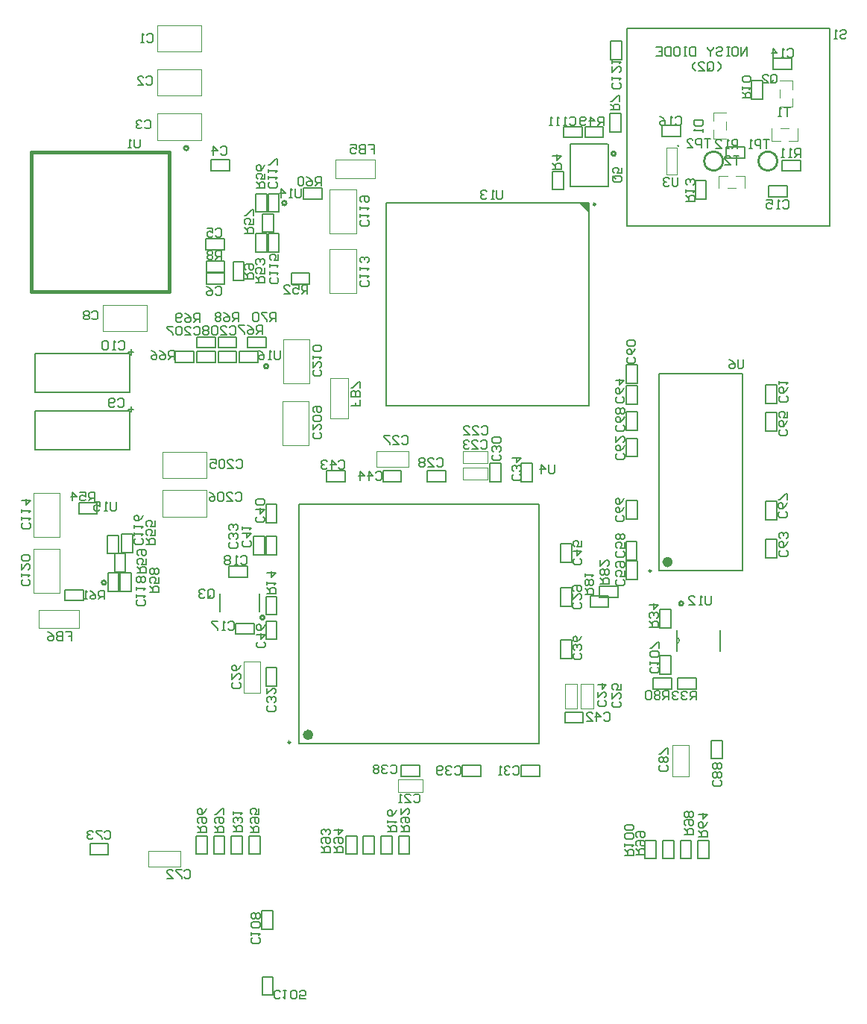
<source format=gbo>
From 8ae0e55fabfd752f4476e0afef8b69fe920c6f67 Mon Sep 17 00:00:00 2001
From: Fredrik Thulin <fredrik@thulin.net>
Date: Thu, 21 Jul 2016 10:01:31 +0200
Subject: Manufacturing files for rev03, as received from Pavel.

Source is CrypTech_Mfg_30052016.rar with SHA256
c2206f43d93162d65830f74b7dc228d99ac1ef10c5c52b2644cd3b81dfc76def
---
 production_files/alpha/rev03/Gerbers/CrypTech.GBO | 4828 +++++++++++++++++++++
 1 file changed, 4828 insertions(+)
 create mode 100644 production_files/alpha/rev03/Gerbers/CrypTech.GBO

(limited to 'production_files/alpha/rev03/Gerbers/CrypTech.GBO')

diff --git a/production_files/alpha/rev03/Gerbers/CrypTech.GBO b/production_files/alpha/rev03/Gerbers/CrypTech.GBO
new file mode 100644
index 0000000..fdba4af
--- /dev/null
+++ b/production_files/alpha/rev03/Gerbers/CrypTech.GBO
@@ -0,0 +1,4828 @@
+G04 Layer_Color=32896*
+%FSLAX44Y44*%
+%MOMM*%
+G71*
+G01*
+G75*
+%ADD43C,0.1500*%
+%ADD46C,0.2000*%
+%ADD48C,0.6000*%
+%ADD66C,0.2500*%
+%ADD67C,0.2540*%
+%ADD91C,0.1524*%
+%ADD93C,0.1000*%
+%ADD95C,0.1200*%
+%ADD96C,0.2032*%
+%ADD205C,0.0500*%
+%ADD206C,0.4064*%
+G36*
+X679534Y793848D02*
+X669534Y803848D01*
+X679534D01*
+Y793848D01*
+D02*
+G37*
+D43*
+X782184Y868408D02*
+G03*
+X782184Y868408I-750J0D01*
+G01*
+X308750Y-74500D02*
+X313750D01*
+X308750Y-95500D02*
+Y-74500D01*
+X308750Y-95500D02*
+X321250D01*
+X321250Y-95500D02*
+Y-74500D01*
+X313750Y-74500D02*
+X321250D01*
+X279740Y622654D02*
+Y630154D01*
+X258740Y622654D02*
+X279740D01*
+X258740Y622654D02*
+Y635154D01*
+X258740Y635154D02*
+X279740D01*
+X279740Y630154D02*
+Y635154D01*
+X255356Y630154D02*
+Y635154D01*
+X234356Y635154D02*
+X255356D01*
+X234356Y622654D02*
+Y635154D01*
+X234356Y622654D02*
+X255356D01*
+X255356Y622654D02*
+Y630154D01*
+X712000Y966500D02*
+X717000D01*
+X717000Y966500D02*
+Y987500D01*
+X704500Y987500D02*
+X717000D01*
+X704500Y966500D02*
+Y987500D01*
+X704500Y966500D02*
+X712000D01*
+X133500Y363000D02*
+X141000D01*
+X133500Y363000D02*
+Y384000D01*
+X133500Y384000D02*
+X146000D01*
+X146000Y363000D02*
+Y384000D01*
+X141000Y363000D02*
+X146000D01*
+X315568Y814410D02*
+X320568D01*
+X315568Y793410D02*
+Y814410D01*
+X315568Y793410D02*
+X328068D01*
+X328068Y793410D02*
+Y814410D01*
+X320568Y814410D02*
+X328068D01*
+X138250Y426750D02*
+X145750D01*
+X145750Y405750D02*
+Y426750D01*
+X133250Y405750D02*
+X145750D01*
+X133250Y405750D02*
+Y426750D01*
+X133250Y426750D02*
+X138250D01*
+X323068Y747944D02*
+X328068D01*
+X328068Y747944D02*
+Y768944D01*
+X315568Y768944D02*
+X328068D01*
+X315568Y747944D02*
+Y768944D01*
+X315568Y747944D02*
+X323068D01*
+X672504Y885678D02*
+Y890678D01*
+X651504Y890678D02*
+X672504D01*
+X651504Y878178D02*
+Y890678D01*
+X651504Y878178D02*
+X672504D01*
+X672504Y878178D02*
+Y885678D01*
+X313592Y500D02*
+X321092D01*
+X321092Y-20500D02*
+Y500D01*
+X308592Y-20500D02*
+X321092D01*
+X308592Y-20500D02*
+Y500D01*
+X308592Y500D02*
+X313592D01*
+X768076Y269248D02*
+X773076D01*
+X773076Y269248D02*
+Y290248D01*
+X760576Y290248D02*
+X773076D01*
+X760576Y269248D02*
+Y290248D01*
+X760576Y269248D02*
+X768076D01*
+X823834Y193849D02*
+X831334D01*
+X831334Y172849D02*
+Y193849D01*
+X818834Y172848D02*
+X831334D01*
+X818834Y172849D02*
+Y193849D01*
+X818834Y193849D02*
+X823834D01*
+X134220Y71910D02*
+Y76910D01*
+X113220Y76910D02*
+X134220D01*
+X113220Y64410D02*
+Y76910D01*
+X113220Y64410D02*
+X134220D01*
+X134220Y64410D02*
+Y71910D01*
+X722222Y567014D02*
+X727222D01*
+X722222Y546014D02*
+Y567014D01*
+X722222Y546014D02*
+X734722D01*
+X734722Y546014D02*
+Y567014D01*
+X727222Y567014D02*
+X734722D01*
+X880972Y444374D02*
+X888472D01*
+X880972Y444374D02*
+Y465374D01*
+X880972Y465374D02*
+X893472D01*
+X893472Y444374D02*
+Y465374D01*
+X888472Y444374D02*
+X893472D01*
+X722222Y465922D02*
+X727222D01*
+X722222Y444922D02*
+Y465922D01*
+X722222Y444922D02*
+X734722D01*
+X734722Y444922D02*
+Y465922D01*
+X727222Y465922D02*
+X734722D01*
+X880972Y544958D02*
+X888472D01*
+X880972Y544958D02*
+Y565958D01*
+X880972Y565958D02*
+X893472D01*
+X893472Y544958D02*
+Y565958D01*
+X888472Y544958D02*
+X893472D01*
+X722222Y596478D02*
+X727222D01*
+X722222Y575478D02*
+Y596478D01*
+X722222Y575478D02*
+X734722D01*
+X734722Y575478D02*
+Y596478D01*
+X727222Y596478D02*
+X734722D01*
+X885972Y421980D02*
+X893472D01*
+X893472Y400980D02*
+Y421980D01*
+X880972Y400980D02*
+X893472D01*
+X880972Y400980D02*
+Y421980D01*
+X880972Y421980D02*
+X885972D01*
+X722222Y536788D02*
+X727222D01*
+X722222Y515788D02*
+Y536788D01*
+X722222Y515788D02*
+X734722D01*
+X734722Y515788D02*
+Y536788D01*
+X727222Y536788D02*
+X734722D01*
+X880972Y576160D02*
+X888472D01*
+X880972Y576160D02*
+Y597160D01*
+X880972Y597160D02*
+X893472D01*
+X893472Y576160D02*
+Y597160D01*
+X888472Y576160D02*
+X893472D01*
+X729722Y599068D02*
+X734722D01*
+X734722Y599068D02*
+Y620068D01*
+X722222Y620068D02*
+X734722D01*
+X722222Y599068D02*
+Y620068D01*
+X722222Y599068D02*
+X729722D01*
+X727222Y397326D02*
+X734722D01*
+X734722Y376326D02*
+Y397326D01*
+X722222Y376326D02*
+X734722D01*
+X722222Y376326D02*
+Y397326D01*
+X722222Y397326D02*
+X727222D01*
+X729472Y398424D02*
+X734472D01*
+X734472Y398424D02*
+Y419424D01*
+X721972Y419424D02*
+X734472D01*
+X721972Y398424D02*
+Y419424D01*
+X721972Y398424D02*
+X729472D01*
+X313028Y329270D02*
+X318028D01*
+X313028Y308270D02*
+Y329270D01*
+X313028Y308270D02*
+X325528D01*
+X325528Y308270D02*
+Y329270D01*
+X318028Y329270D02*
+X325528D01*
+X648054Y395646D02*
+X655554D01*
+X648054Y395646D02*
+Y416646D01*
+X648054Y416646D02*
+X660554D01*
+X660554Y395646D02*
+Y416646D01*
+X655554Y395646D02*
+X660554D01*
+X466938Y494772D02*
+Y499772D01*
+X445938Y499772D02*
+X466938D01*
+X445938Y487272D02*
+Y499772D01*
+X445938Y487272D02*
+X466938D01*
+X466938Y487272D02*
+Y494772D01*
+X381676Y492272D02*
+Y499772D01*
+X381676Y499772D02*
+X402676D01*
+X402676Y487272D02*
+Y499772D01*
+X381676Y487272D02*
+X402676D01*
+X381676Y487272D02*
+Y492272D01*
+X652440Y213460D02*
+Y218460D01*
+X652440Y213460D02*
+X673440D01*
+X673440Y213460D02*
+Y225960D01*
+X652440Y225960D02*
+X673440D01*
+X652440Y218460D02*
+Y225960D01*
+X313028Y404282D02*
+X320528D01*
+X313028Y404282D02*
+Y425282D01*
+X313028Y425282D02*
+X325528D01*
+X325528Y404282D02*
+Y425282D01*
+X320528Y404282D02*
+X325528D01*
+X313028Y461858D02*
+X318028D01*
+X313028Y440858D02*
+Y461858D01*
+X313028Y440858D02*
+X325528D01*
+X325528Y440858D02*
+Y461858D01*
+X318028Y461858D02*
+X325528D01*
+X536362Y158262D02*
+Y165762D01*
+X536362Y165762D02*
+X557362D01*
+X557362Y153262D02*
+Y165762D01*
+X536362Y153262D02*
+X557362D01*
+X536362Y153262D02*
+Y158262D01*
+X466766Y153262D02*
+Y158262D01*
+X466766Y153262D02*
+X487766D01*
+X487766Y153262D02*
+Y165762D01*
+X466766Y165762D02*
+X487766D01*
+X466766Y158262D02*
+Y165762D01*
+X655554Y286934D02*
+X660554D01*
+X660554Y286934D02*
+Y307934D01*
+X648054Y307934D02*
+X660554D01*
+X648054Y286934D02*
+Y307934D01*
+X648054Y286934D02*
+X655554D01*
+X610596Y487340D02*
+X615596D01*
+X615596Y487340D02*
+Y508340D01*
+X603096Y508340D02*
+X615596D01*
+X603096Y487340D02*
+Y508340D01*
+X603096Y487340D02*
+X610596D01*
+X299058Y404282D02*
+X306558D01*
+X299058Y404282D02*
+Y425282D01*
+X299058Y425282D02*
+X311558D01*
+X311558Y404282D02*
+Y425282D01*
+X306558Y404282D02*
+X311558D01*
+X313028Y276692D02*
+X318028D01*
+X313028Y255692D02*
+Y276692D01*
+X313028Y255692D02*
+X325528D01*
+X325528Y255692D02*
+Y276692D01*
+X318028Y276692D02*
+X325528D01*
+X602910Y158262D02*
+Y165762D01*
+X602910Y165762D02*
+X623910D01*
+X623910Y153262D02*
+Y165762D01*
+X602910Y153262D02*
+X623910D01*
+X602910Y153262D02*
+Y158262D01*
+X574782Y487340D02*
+X579782D01*
+X579782Y487340D02*
+Y508340D01*
+X567282Y508340D02*
+X579782D01*
+X567282Y487340D02*
+Y508340D01*
+X567282Y487340D02*
+X574782D01*
+X653054Y367116D02*
+X660554D01*
+X660554Y346116D02*
+Y367116D01*
+X648054Y346116D02*
+X660554D01*
+X648054Y346116D02*
+Y367116D01*
+X648054Y367116D02*
+X653054D01*
+X516976Y494772D02*
+Y499772D01*
+X495976Y499772D02*
+X516976D01*
+X495976Y487272D02*
+Y499772D01*
+X495976Y487272D02*
+X516976D01*
+X516976Y487272D02*
+Y494772D01*
+X292250Y379250D02*
+Y386750D01*
+X271250Y379250D02*
+X292250D01*
+X271250Y379250D02*
+Y391750D01*
+X271250Y391750D02*
+X292250D01*
+X292250Y386750D02*
+Y391750D01*
+X278750Y314250D02*
+Y319250D01*
+X278750Y314250D02*
+X299750D01*
+X299750Y314250D02*
+Y326750D01*
+X278750Y326750D02*
+X299750D01*
+X278750Y319250D02*
+Y326750D01*
+X783930Y879194D02*
+Y886694D01*
+X762930Y879194D02*
+X783930D01*
+X762930Y879194D02*
+Y891694D01*
+X762930Y891694D02*
+X783930D01*
+X783930Y886694D02*
+Y891694D01*
+X905342Y818114D02*
+Y823114D01*
+X884342Y823114D02*
+X905342D01*
+X884342Y810614D02*
+Y823114D01*
+X884342Y810614D02*
+X905342D01*
+X905342Y810614D02*
+Y818114D01*
+X910422Y955902D02*
+Y963402D01*
+X889422Y955902D02*
+X910422D01*
+X889422Y955902D02*
+Y968402D01*
+X889422Y968402D02*
+X910422D01*
+X910422Y963402D02*
+Y968402D01*
+X245278Y712062D02*
+Y717062D01*
+X245278Y712062D02*
+X266278D01*
+X266278Y712062D02*
+Y724562D01*
+X245278Y724562D02*
+X266278D01*
+X245278Y717062D02*
+Y724562D01*
+X245000Y756000D02*
+Y763500D01*
+X245000Y763500D02*
+X266000D01*
+X266000Y751000D02*
+Y763500D01*
+X245000Y751000D02*
+X266000D01*
+X245000Y751000D02*
+Y756000D01*
+X250500Y840750D02*
+Y845750D01*
+X250500Y840750D02*
+X271500D01*
+X271500Y840750D02*
+Y853250D01*
+X250500Y853250D02*
+X271500D01*
+X250500Y845750D02*
+Y853250D01*
+X158148Y610616D02*
+Y632616D01*
+X51148D02*
+X158148D01*
+X51148Y588616D02*
+Y632616D01*
+Y588616D02*
+X158148D01*
+Y610616D01*
+X159948Y631616D02*
+Y637616D01*
+X156948Y634616D02*
+X162948D01*
+X156948Y569846D02*
+X162948D01*
+X159948Y566846D02*
+Y572846D01*
+X158148Y523846D02*
+Y545846D01*
+X51148Y523846D02*
+X158148D01*
+X51148D02*
+Y567846D01*
+X158148D01*
+Y545846D02*
+Y567846D01*
+X305676Y339868D02*
+Y359910D01*
+X260648Y339868D02*
+Y359910D01*
+X750000Y59500D02*
+X756250D01*
+Y59500D02*
+Y80500D01*
+X743750D02*
+X756250D01*
+X743750D02*
+X743750Y59500D01*
+X743750Y59500D02*
+X750000D01*
+X763750D02*
+X770000D01*
+X763750Y80500D02*
+X763750Y59500D01*
+X763750Y80500D02*
+X776250D01*
+Y59500D02*
+Y80500D01*
+X770000Y59500D02*
+X776250D01*
+X790000D02*
+X796250D01*
+Y59500D02*
+Y80500D01*
+X783750D02*
+X796250D01*
+X783750D02*
+X783750Y59500D01*
+X783750Y59500D02*
+X790000D01*
+X253750Y64500D02*
+X260000D01*
+X253750Y85500D02*
+X253750Y64500D01*
+X253750Y85500D02*
+X266250D01*
+Y64500D02*
+Y85500D01*
+X260000Y64500D02*
+X266250D01*
+X240000D02*
+X246250D01*
+Y64500D02*
+Y85500D01*
+X233750D02*
+X246250D01*
+X233750D02*
+X233750Y64500D01*
+X233750Y64500D02*
+X240000D01*
+X293750D02*
+X300000D01*
+X293750Y85500D02*
+X293750Y64500D01*
+X293750Y85500D02*
+X306250D01*
+Y64500D02*
+Y85500D01*
+X300000Y64500D02*
+X306250D01*
+X430000D02*
+X436250D01*
+Y64500D02*
+Y85500D01*
+X423750D02*
+X436250D01*
+X423750D02*
+X423750Y64500D01*
+X423750Y64500D02*
+X430000D01*
+X403750D02*
+X410000D01*
+X403750Y85500D02*
+X403750Y64500D01*
+X403750Y85500D02*
+X416250D01*
+Y64500D02*
+Y85500D01*
+X410000Y64500D02*
+X416250D01*
+X470000D02*
+X476250D01*
+Y64500D02*
+Y85500D01*
+X463750D02*
+X476250D01*
+X463750D02*
+X463750Y64500D01*
+X463750Y64500D02*
+X470000D01*
+X691556Y356048D02*
+Y362298D01*
+X691556Y356048D02*
+X712556D01*
+Y368548D01*
+X691556Y368548D02*
+X712556Y368548D01*
+X691556Y362298D02*
+Y368548D01*
+X702250Y345250D02*
+Y351500D01*
+X681250Y345250D02*
+X702250Y345250D01*
+X681250Y345250D02*
+Y357750D01*
+X702250D01*
+X702250Y351500D02*
+Y357750D01*
+X752770Y252162D02*
+Y258412D01*
+X752770Y252162D02*
+X773770D01*
+Y264662D01*
+X752770Y264662D02*
+X773770Y264662D01*
+X752770Y258412D02*
+Y264662D01*
+X313522Y639418D02*
+Y645668D01*
+X292522Y639418D02*
+X313522Y639418D01*
+X292522Y639418D02*
+Y651918D01*
+X313522D01*
+X313522Y645668D02*
+Y651918D01*
+X234356Y639418D02*
+Y645668D01*
+X234356Y639418D02*
+X255356D01*
+Y651918D01*
+X234356Y651918D02*
+X255356Y651918D01*
+X234356Y645668D02*
+Y651918D01*
+X258740Y645668D02*
+Y651918D01*
+X258740Y651918D02*
+X279740Y651918D01*
+Y639418D02*
+Y651918D01*
+X258740Y639418D02*
+X279740D01*
+X258740D02*
+Y645668D01*
+X282616Y622654D02*
+Y628904D01*
+X282616Y622654D02*
+X303616D01*
+Y635154D01*
+X282616Y635154D02*
+X303616Y635154D01*
+X282616Y628904D02*
+Y635154D01*
+X210226Y628904D02*
+Y635154D01*
+X210226Y635154D02*
+X231226Y635154D01*
+Y622654D02*
+Y635154D01*
+X210226Y622654D02*
+X231226D01*
+X210226D02*
+Y628904D01*
+X803750Y59500D02*
+X810000D01*
+X803750Y80500D02*
+X803750Y59500D01*
+X803750Y80500D02*
+X816250D01*
+Y59500D02*
+Y80500D01*
+X810000Y59500D02*
+X816250D01*
+X105750Y358648D02*
+Y364898D01*
+X84750D02*
+X105750D01*
+X84750Y352398D02*
+Y364898D01*
+Y352398D02*
+X105750Y352398D01*
+X105750Y352398D02*
+Y358648D01*
+X355500Y814750D02*
+Y821000D01*
+X355500Y821000D02*
+X376500Y821000D01*
+Y808500D02*
+Y821000D01*
+X355500Y808500D02*
+X376500D01*
+X355500D02*
+Y814750D01*
+X141070Y405978D02*
+X147320D01*
+X141070Y384978D02*
+Y405978D01*
+Y384978D02*
+X153570D01*
+X153570Y405978D02*
+X153570Y384978D01*
+X147320Y405978D02*
+X153570D01*
+X153670Y383880D02*
+X159920D01*
+X159920Y383880D02*
+X159920Y362880D01*
+X147420D02*
+X159920D01*
+X147420D02*
+Y383880D01*
+Y383880D02*
+X153670D01*
+X315468Y770550D02*
+X321718D01*
+Y770550D02*
+Y791550D01*
+X309218D02*
+X321718D01*
+X309218D02*
+X309218Y770550D01*
+X309218Y770550D02*
+X315468D01*
+X301852Y793410D02*
+X308102D01*
+X301852Y814410D02*
+X301852Y793410D01*
+X301852Y814410D02*
+X314352D01*
+Y793410D02*
+Y814410D01*
+X308102Y793410D02*
+X314352D01*
+X155194Y406822D02*
+X161444D01*
+Y406822D02*
+Y427822D01*
+X148944D02*
+X161444D01*
+X148944D02*
+X148944Y406822D01*
+X148944Y406822D02*
+X155194D01*
+X121418Y450950D02*
+Y457200D01*
+X100418Y450950D02*
+X121418Y450950D01*
+X100418Y450950D02*
+Y463450D01*
+X121418D01*
+X121418Y457200D02*
+Y463450D01*
+X301852Y768944D02*
+X308102D01*
+X301852Y747944D02*
+Y768944D01*
+Y747944D02*
+X314352D01*
+X314352Y768944D02*
+X314352Y747944D01*
+X308102Y768944D02*
+X314352D01*
+X341798Y718058D02*
+Y724308D01*
+X341798Y724308D02*
+X362798Y724308D01*
+Y711808D02*
+Y724308D01*
+X341798Y711808D02*
+X362798D01*
+X341798D02*
+Y718058D01*
+X696300Y884428D02*
+Y890678D01*
+X675300D02*
+X696300D01*
+X675300Y878178D02*
+Y890678D01*
+Y878178D02*
+X696300Y878178D01*
+X696300Y878178D02*
+Y884428D01*
+X766750Y342500D02*
+X773000D01*
+X773000Y342500D02*
+X773000Y321500D01*
+X760500D02*
+X773000D01*
+X760500D02*
+Y342500D01*
+Y342500D02*
+X766750D01*
+X780964Y252162D02*
+Y258412D01*
+X780964Y252162D02*
+X801964D01*
+Y264662D01*
+X780964Y264662D02*
+X801964Y264662D01*
+X780964Y258412D02*
+Y264662D01*
+X280000Y64500D02*
+X286250D01*
+Y64500D02*
+Y85500D01*
+X273750D02*
+X286250D01*
+X273750D02*
+X273750Y64500D01*
+X273750Y64500D02*
+X280000D01*
+X443750D02*
+X450000D01*
+X443750Y85500D02*
+X443750Y64500D01*
+X443750Y85500D02*
+X456250D01*
+Y64500D02*
+Y85500D01*
+X450000Y64500D02*
+X456250D01*
+X319278Y357210D02*
+X325528D01*
+X325528Y357210D02*
+X325528Y336210D01*
+X313028D02*
+X325528D01*
+X313028D02*
+Y357210D01*
+Y357210D02*
+X319278D01*
+X800708Y829396D02*
+X806958D01*
+X800708Y808396D02*
+Y829396D01*
+Y808396D02*
+X813208D01*
+X813208Y829396D02*
+X813208Y808396D01*
+X806958Y829396D02*
+X813208D01*
+X857082Y854810D02*
+Y861060D01*
+X836082Y854810D02*
+X857082Y854810D01*
+X836082Y854810D02*
+Y867310D01*
+X857082D01*
+X857082Y861060D02*
+Y867310D01*
+X920328Y846328D02*
+Y852578D01*
+X899328D02*
+X920328D01*
+X899328Y840078D02*
+Y852578D01*
+Y840078D02*
+X920328Y840078D01*
+X920328Y840078D02*
+Y846328D01*
+X864716Y921934D02*
+X870966D01*
+X864716Y942934D02*
+X864716Y921934D01*
+X864716Y942934D02*
+X877216D01*
+Y921934D02*
+Y942934D01*
+X870966Y921934D02*
+X877216D01*
+X281940Y715686D02*
+X288190D01*
+Y715686D02*
+Y736686D01*
+X275690D02*
+X288190D01*
+X275690D02*
+X275690Y715686D01*
+X275690Y715686D02*
+X281940D01*
+X266278Y725524D02*
+Y731774D01*
+X245278Y725524D02*
+X266278Y725524D01*
+X245278Y725524D02*
+Y738024D01*
+X266278D01*
+X266278Y731774D02*
+Y738024D01*
+X710000Y884500D02*
+X716250D01*
+Y884500D02*
+Y905500D01*
+X703750D02*
+X716250D01*
+X703750D02*
+X703750Y884500D01*
+X703750Y884500D02*
+X710000D01*
+X638656Y818810D02*
+X644906D01*
+X638656Y839810D02*
+X638656Y818810D01*
+X638656Y839810D02*
+X651156D01*
+Y818810D02*
+Y839810D01*
+X644906Y818810D02*
+X651156D01*
+X177836Y994331D02*
+X179502Y995997D01*
+X182834D01*
+X184500Y994331D01*
+Y987666D01*
+X182834Y986000D01*
+X179502D01*
+X177836Y987666D01*
+X174503Y986000D02*
+X171171D01*
+X172837D01*
+Y995997D01*
+X174503Y994331D01*
+X177335Y945831D02*
+X179002Y947497D01*
+X182334D01*
+X184000Y945831D01*
+Y939166D01*
+X182334Y937500D01*
+X179002D01*
+X177335Y939166D01*
+X167339Y937500D02*
+X174003D01*
+X167339Y944165D01*
+Y945831D01*
+X169005Y947497D01*
+X172337D01*
+X174003Y945831D01*
+X175585Y896581D02*
+X177252Y898247D01*
+X180584D01*
+X182250Y896581D01*
+Y889916D01*
+X180584Y888250D01*
+X177252D01*
+X175585Y889916D01*
+X172253Y896581D02*
+X170587Y898247D01*
+X167255D01*
+X165589Y896581D01*
+Y894914D01*
+X167255Y893248D01*
+X168921D01*
+X167255D01*
+X165589Y891582D01*
+Y889916D01*
+X167255Y888250D01*
+X170587D01*
+X172253Y889916D01*
+X261560Y866343D02*
+X263226Y868009D01*
+X266558D01*
+X268224Y866343D01*
+Y859678D01*
+X266558Y858012D01*
+X263226D01*
+X261560Y859678D01*
+X253229Y858012D02*
+Y868009D01*
+X258227Y863010D01*
+X251563D01*
+X256085Y773331D02*
+X257752Y774997D01*
+X261084D01*
+X262750Y773331D01*
+Y766666D01*
+X261084Y765000D01*
+X257752D01*
+X256085Y766666D01*
+X246089Y774997D02*
+X252753D01*
+Y769998D01*
+X249421Y771665D01*
+X247755D01*
+X246089Y769998D01*
+Y766666D01*
+X247755Y765000D01*
+X251087D01*
+X252753Y766666D01*
+X255835Y707581D02*
+X257502Y709247D01*
+X260834D01*
+X262500Y707581D01*
+Y700916D01*
+X260834Y699250D01*
+X257502D01*
+X255835Y700916D01*
+X245839Y709247D02*
+X249171Y707581D01*
+X252503Y704248D01*
+Y700916D01*
+X250837Y699250D01*
+X247505D01*
+X245839Y700916D01*
+Y702582D01*
+X247505Y704248D01*
+X252503D01*
+X115585Y679831D02*
+X117252Y681497D01*
+X120584D01*
+X122250Y679831D01*
+Y673166D01*
+X120584Y671500D01*
+X117252D01*
+X115585Y673166D01*
+X112253Y679831D02*
+X110587Y681497D01*
+X107255D01*
+X105589Y679831D01*
+Y678165D01*
+X107255Y676498D01*
+X105589Y674832D01*
+Y673166D01*
+X107255Y671500D01*
+X110587D01*
+X112253Y673166D01*
+Y674832D01*
+X110587Y676498D01*
+X112253Y678165D01*
+Y679831D01*
+X110587Y676498D02*
+X107255D01*
+X144836Y580581D02*
+X146502Y582247D01*
+X149834D01*
+X151500Y580581D01*
+Y573916D01*
+X149834Y572250D01*
+X146502D01*
+X144836Y573916D01*
+X141503D02*
+X139837Y572250D01*
+X136505D01*
+X134839Y573916D01*
+Y580581D01*
+X136505Y582247D01*
+X139837D01*
+X141503Y580581D01*
+Y578914D01*
+X139837Y577248D01*
+X134839D01*
+X145585Y645331D02*
+X147252Y646997D01*
+X150584D01*
+X152250Y645331D01*
+Y638666D01*
+X150584Y637000D01*
+X147252D01*
+X145585Y638666D01*
+X142253Y637000D02*
+X138921D01*
+X140587D01*
+Y646997D01*
+X142253Y645331D01*
+X133923D02*
+X132256Y646997D01*
+X128924D01*
+X127258Y645331D01*
+Y638666D01*
+X128924Y637000D01*
+X132256D01*
+X133923Y638666D01*
+Y645331D01*
+X905335Y977331D02*
+X907002Y978997D01*
+X910334D01*
+X912000Y977331D01*
+Y970666D01*
+X910334Y969000D01*
+X907002D01*
+X905335Y970666D01*
+X902003Y969000D02*
+X898671D01*
+X900337D01*
+Y978997D01*
+X902003Y977331D01*
+X888674Y969000D02*
+Y978997D01*
+X893673Y973998D01*
+X887008D01*
+X899781Y805867D02*
+X901448Y807533D01*
+X904780D01*
+X906446Y805867D01*
+Y799202D01*
+X904780Y797536D01*
+X901448D01*
+X899781Y799202D01*
+X896449Y797536D02*
+X893117D01*
+X894783D01*
+Y807533D01*
+X896449Y805867D01*
+X881454Y807533D02*
+X888119D01*
+Y802534D01*
+X884786Y804201D01*
+X883120D01*
+X881454Y802534D01*
+Y799202D01*
+X883120Y797536D01*
+X886452D01*
+X888119Y799202D01*
+X778335Y900331D02*
+X780002Y901997D01*
+X783334D01*
+X785000Y900331D01*
+Y893666D01*
+X783334Y892000D01*
+X780002D01*
+X778335Y893666D01*
+X775003Y892000D02*
+X771671D01*
+X773337D01*
+Y901997D01*
+X775003Y900331D01*
+X760008Y901997D02*
+X763340Y900331D01*
+X766673Y896998D01*
+Y893666D01*
+X765006Y892000D01*
+X761674D01*
+X760008Y893666D01*
+Y895332D01*
+X761674Y896998D01*
+X766673D01*
+X270086Y327081D02*
+X271752Y328747D01*
+X275084D01*
+X276750Y327081D01*
+Y320416D01*
+X275084Y318750D01*
+X271752D01*
+X270086Y320416D01*
+X266753Y318750D02*
+X263421D01*
+X265087D01*
+Y328747D01*
+X266753Y327081D01*
+X258423Y328747D02*
+X251758D01*
+Y327081D01*
+X258423Y320416D01*
+Y318750D01*
+X284585Y402081D02*
+X286252Y403747D01*
+X289584D01*
+X291250Y402081D01*
+Y395416D01*
+X289584Y393750D01*
+X286252D01*
+X284585Y395416D01*
+X281253Y393750D02*
+X277921D01*
+X279587D01*
+Y403747D01*
+X281253Y402081D01*
+X272923D02*
+X271256Y403747D01*
+X267924D01*
+X266258Y402081D01*
+Y400415D01*
+X267924Y398748D01*
+X266258Y397082D01*
+Y395416D01*
+X267924Y393750D01*
+X271256D01*
+X272923Y395416D01*
+Y397082D01*
+X271256Y398748D01*
+X272923Y400415D01*
+Y402081D01*
+X271256Y398748D02*
+X267924D01*
+X481086Y131331D02*
+X482752Y132997D01*
+X486084D01*
+X487750Y131331D01*
+Y124666D01*
+X486084Y123000D01*
+X482752D01*
+X481086Y124666D01*
+X471089Y123000D02*
+X477753D01*
+X471089Y129664D01*
+Y131331D01*
+X472755Y132997D01*
+X476087D01*
+X477753Y131331D01*
+X467756Y123000D02*
+X464424D01*
+X466090D01*
+Y132997D01*
+X467756Y131331D01*
+X557836Y549331D02*
+X559502Y550997D01*
+X562834D01*
+X564500Y549331D01*
+Y542666D01*
+X562834Y541000D01*
+X559502D01*
+X557836Y542666D01*
+X547839Y541000D02*
+X554503D01*
+X547839Y547664D01*
+Y549331D01*
+X549505Y550997D01*
+X552837D01*
+X554503Y549331D01*
+X537842Y541000D02*
+X544506D01*
+X537842Y547664D01*
+Y549331D01*
+X539508Y550997D01*
+X542840D01*
+X544506Y549331D01*
+X557336Y533331D02*
+X559002Y534997D01*
+X562334D01*
+X564000Y533331D01*
+Y526666D01*
+X562334Y525000D01*
+X559002D01*
+X557336Y526666D01*
+X547339Y525000D02*
+X554003D01*
+X547339Y531665D01*
+Y533331D01*
+X549005Y534997D01*
+X552337D01*
+X554003Y533331D01*
+X544006D02*
+X542340Y534997D01*
+X539008D01*
+X537342Y533331D01*
+Y531665D01*
+X539008Y529998D01*
+X540674D01*
+X539008D01*
+X537342Y528332D01*
+Y526666D01*
+X539008Y525000D01*
+X542340D01*
+X544006Y526666D01*
+X698081Y238915D02*
+X699747Y237248D01*
+Y233916D01*
+X698081Y232250D01*
+X691416D01*
+X689750Y233916D01*
+Y237248D01*
+X691416Y238915D01*
+X689750Y248911D02*
+Y242247D01*
+X696414Y248911D01*
+X698081D01*
+X699747Y247245D01*
+Y243913D01*
+X698081Y242247D01*
+X689750Y257242D02*
+X699747D01*
+X694748Y252244D01*
+Y258908D01*
+X714331Y237915D02*
+X715997Y236248D01*
+Y232916D01*
+X714331Y231250D01*
+X707666D01*
+X706000Y232916D01*
+Y236248D01*
+X707666Y237915D01*
+X706000Y247911D02*
+Y241247D01*
+X712664Y247911D01*
+X714331D01*
+X715997Y246245D01*
+Y242913D01*
+X714331Y241247D01*
+X715997Y257908D02*
+Y251244D01*
+X710998D01*
+X712664Y254576D01*
+Y256242D01*
+X710998Y257908D01*
+X707666D01*
+X706000Y256242D01*
+Y252910D01*
+X707666Y251244D01*
+X282831Y259415D02*
+X284497Y257748D01*
+Y254416D01*
+X282831Y252750D01*
+X276166D01*
+X274500Y254416D01*
+Y257748D01*
+X276166Y259415D01*
+X274500Y269411D02*
+Y262747D01*
+X281164Y269411D01*
+X282831D01*
+X284497Y267745D01*
+Y264413D01*
+X282831Y262747D01*
+X284497Y279408D02*
+X282831Y276076D01*
+X279498Y272743D01*
+X276166D01*
+X274500Y274410D01*
+Y277742D01*
+X276166Y279408D01*
+X277832D01*
+X279498Y277742D01*
+Y272743D01*
+X467299Y537921D02*
+X468966Y539587D01*
+X472298D01*
+X473964Y537921D01*
+Y531256D01*
+X472298Y529590D01*
+X468966D01*
+X467299Y531256D01*
+X457303Y529590D02*
+X463967D01*
+X457303Y536255D01*
+Y537921D01*
+X458969Y539587D01*
+X462301D01*
+X463967Y537921D01*
+X453970Y539587D02*
+X447306D01*
+Y537921D01*
+X453970Y531256D01*
+Y529590D01*
+X506923Y512775D02*
+X508590Y514441D01*
+X511922D01*
+X513588Y512775D01*
+Y506110D01*
+X511922Y504444D01*
+X508590D01*
+X506923Y506110D01*
+X496927Y504444D02*
+X503591D01*
+X496927Y511109D01*
+Y512775D01*
+X498593Y514441D01*
+X501925D01*
+X503591Y512775D01*
+X493594D02*
+X491928Y514441D01*
+X488596D01*
+X486930Y512775D01*
+Y511109D01*
+X488596Y509442D01*
+X486930Y507776D01*
+Y506110D01*
+X488596Y504444D01*
+X491928D01*
+X493594Y506110D01*
+Y507776D01*
+X491928Y509442D01*
+X493594Y511109D01*
+Y512775D01*
+X491928Y509442D02*
+X488596D01*
+X669581Y349915D02*
+X671247Y348248D01*
+Y344916D01*
+X669581Y343250D01*
+X662916D01*
+X661250Y344916D01*
+Y348248D01*
+X662916Y349915D01*
+X661250Y359911D02*
+Y353247D01*
+X667915Y359911D01*
+X669581D01*
+X671247Y358245D01*
+Y354913D01*
+X669581Y353247D01*
+X662916Y363244D02*
+X661250Y364910D01*
+Y368242D01*
+X662916Y369908D01*
+X669581D01*
+X671247Y368242D01*
+Y364910D01*
+X669581Y363244D01*
+X667915D01*
+X666248Y364910D01*
+Y369908D01*
+X578081Y518164D02*
+X579747Y516498D01*
+Y513166D01*
+X578081Y511500D01*
+X571416D01*
+X569750Y513166D01*
+Y516498D01*
+X571416Y518164D01*
+X578081Y521497D02*
+X579747Y523163D01*
+Y526495D01*
+X578081Y528161D01*
+X576414D01*
+X574748Y526495D01*
+Y524829D01*
+Y526495D01*
+X573082Y528161D01*
+X571416D01*
+X569750Y526495D01*
+Y523163D01*
+X571416Y521497D01*
+X578081Y531494D02*
+X579747Y533160D01*
+Y536492D01*
+X578081Y538158D01*
+X571416D01*
+X569750Y536492D01*
+Y533160D01*
+X571416Y531494D01*
+X578081D01*
+X593835Y163331D02*
+X595502Y164997D01*
+X598834D01*
+X600500Y163331D01*
+Y156666D01*
+X598834Y155000D01*
+X595502D01*
+X593835Y156666D01*
+X590503Y163331D02*
+X588837Y164997D01*
+X585505D01*
+X583839Y163331D01*
+Y161665D01*
+X585505Y159998D01*
+X587171D01*
+X585505D01*
+X583839Y158332D01*
+Y156666D01*
+X585505Y155000D01*
+X588837D01*
+X590503Y156666D01*
+X580506Y155000D02*
+X577174D01*
+X578840D01*
+Y164997D01*
+X580506Y163331D01*
+X322331Y233165D02*
+X323997Y231498D01*
+Y228166D01*
+X322331Y226500D01*
+X315666D01*
+X314000Y228166D01*
+Y231498D01*
+X315666Y233165D01*
+X322331Y236497D02*
+X323997Y238163D01*
+Y241495D01*
+X322331Y243161D01*
+X320664D01*
+X318998Y241495D01*
+Y239829D01*
+Y241495D01*
+X317332Y243161D01*
+X315666D01*
+X314000Y241495D01*
+Y238163D01*
+X315666Y236497D01*
+X314000Y253158D02*
+Y246494D01*
+X320664Y253158D01*
+X322331D01*
+X323997Y251492D01*
+Y248160D01*
+X322331Y246494D01*
+X279081Y418665D02*
+X280747Y416998D01*
+Y413666D01*
+X279081Y412000D01*
+X272416D01*
+X270750Y413666D01*
+Y416998D01*
+X272416Y418665D01*
+X279081Y421997D02*
+X280747Y423663D01*
+Y426995D01*
+X279081Y428661D01*
+X277414D01*
+X275748Y426995D01*
+Y425329D01*
+Y426995D01*
+X274082Y428661D01*
+X272416D01*
+X270750Y426995D01*
+Y423663D01*
+X272416Y421997D01*
+X279081Y431993D02*
+X280747Y433660D01*
+Y436992D01*
+X279081Y438658D01*
+X277414D01*
+X275748Y436992D01*
+Y435326D01*
+Y436992D01*
+X274082Y438658D01*
+X272416D01*
+X270750Y436992D01*
+Y433660D01*
+X272416Y431993D01*
+X600831Y495697D02*
+X602497Y494031D01*
+Y490699D01*
+X600831Y489033D01*
+X594166D01*
+X592500Y490699D01*
+Y494031D01*
+X594166Y495697D01*
+X600831Y499029D02*
+X602497Y500695D01*
+Y504028D01*
+X600831Y505694D01*
+X599165D01*
+X597498Y504028D01*
+Y502361D01*
+Y504028D01*
+X595832Y505694D01*
+X594166D01*
+X592500Y504028D01*
+Y500695D01*
+X594166Y499029D01*
+X592500Y514024D02*
+X602497D01*
+X597498Y509026D01*
+Y515691D01*
+X670081Y292414D02*
+X671747Y290748D01*
+Y287416D01*
+X670081Y285750D01*
+X663416D01*
+X661750Y287416D01*
+Y290748D01*
+X663416Y292414D01*
+X670081Y295747D02*
+X671747Y297413D01*
+Y300745D01*
+X670081Y302411D01*
+X668415D01*
+X666748Y300745D01*
+Y299079D01*
+Y300745D01*
+X665082Y302411D01*
+X663416D01*
+X661750Y300745D01*
+Y297413D01*
+X663416Y295747D01*
+X671747Y312408D02*
+X670081Y309076D01*
+X666748Y305744D01*
+X663416D01*
+X661750Y307410D01*
+Y310742D01*
+X663416Y312408D01*
+X665082D01*
+X666748Y310742D01*
+Y305744D01*
+X454836Y164331D02*
+X456502Y165997D01*
+X459834D01*
+X461500Y164331D01*
+Y157666D01*
+X459834Y156000D01*
+X456502D01*
+X454836Y157666D01*
+X451503Y164331D02*
+X449837Y165997D01*
+X446505D01*
+X444839Y164331D01*
+Y162665D01*
+X446505Y160998D01*
+X448171D01*
+X446505D01*
+X444839Y159332D01*
+Y157666D01*
+X446505Y156000D01*
+X449837D01*
+X451503Y157666D01*
+X441506Y164331D02*
+X439840Y165997D01*
+X436508D01*
+X434842Y164331D01*
+Y162665D01*
+X436508Y160998D01*
+X434842Y159332D01*
+Y157666D01*
+X436508Y156000D01*
+X439840D01*
+X441506Y157666D01*
+Y159332D01*
+X439840Y160998D01*
+X441506Y162665D01*
+Y164331D01*
+X439840Y160998D02*
+X436508D01*
+X527585Y163331D02*
+X529252Y164997D01*
+X532584D01*
+X534250Y163331D01*
+Y156666D01*
+X532584Y155000D01*
+X529252D01*
+X527585Y156666D01*
+X524253Y163331D02*
+X522587Y164997D01*
+X519255D01*
+X517589Y163331D01*
+Y161665D01*
+X519255Y159998D01*
+X520921D01*
+X519255D01*
+X517589Y158332D01*
+Y156666D01*
+X519255Y155000D01*
+X522587D01*
+X524253Y156666D01*
+X514257D02*
+X512590Y155000D01*
+X509258D01*
+X507592Y156666D01*
+Y163331D01*
+X509258Y164997D01*
+X512590D01*
+X514257Y163331D01*
+Y161665D01*
+X512590Y159998D01*
+X507592D01*
+X309581Y447915D02*
+X311247Y446248D01*
+Y442916D01*
+X309581Y441250D01*
+X302916D01*
+X301250Y442916D01*
+Y446248D01*
+X302916Y447915D01*
+X301250Y456245D02*
+X311247D01*
+X306248Y451247D01*
+Y457911D01*
+X309581Y461244D02*
+X311247Y462910D01*
+Y466242D01*
+X309581Y467908D01*
+X302916D01*
+X301250Y466242D01*
+Y462910D01*
+X302916Y461244D01*
+X309581D01*
+X294831Y420164D02*
+X296497Y418498D01*
+Y415166D01*
+X294831Y413500D01*
+X288166D01*
+X286500Y415166D01*
+Y418498D01*
+X288166Y420164D01*
+X286500Y428495D02*
+X296497D01*
+X291498Y423497D01*
+Y430161D01*
+X286500Y433494D02*
+Y436826D01*
+Y435160D01*
+X296497D01*
+X294831Y433494D01*
+X697085Y223831D02*
+X698752Y225497D01*
+X702084D01*
+X703750Y223831D01*
+Y217166D01*
+X702084Y215500D01*
+X698752D01*
+X697085Y217166D01*
+X688755Y215500D02*
+Y225497D01*
+X693753Y220498D01*
+X687089D01*
+X677092Y215500D02*
+X683756D01*
+X677092Y222164D01*
+Y223831D01*
+X678758Y225497D01*
+X682090D01*
+X683756Y223831D01*
+X395835Y510081D02*
+X397502Y511747D01*
+X400834D01*
+X402500Y510081D01*
+Y503416D01*
+X400834Y501750D01*
+X397502D01*
+X395835Y503416D01*
+X387505Y501750D02*
+Y511747D01*
+X392503Y506748D01*
+X385839D01*
+X382506Y510081D02*
+X380840Y511747D01*
+X377508D01*
+X375842Y510081D01*
+Y508414D01*
+X377508Y506748D01*
+X379174D01*
+X377508D01*
+X375842Y505082D01*
+Y503416D01*
+X377508Y501750D01*
+X380840D01*
+X382506Y503416D01*
+X438086Y497581D02*
+X439752Y499247D01*
+X443084D01*
+X444750Y497581D01*
+Y490916D01*
+X443084Y489250D01*
+X439752D01*
+X438086Y490916D01*
+X429755Y489250D02*
+Y499247D01*
+X434753Y494248D01*
+X428089D01*
+X419758Y489250D02*
+Y499247D01*
+X424757Y494248D01*
+X418092D01*
+X670081Y400415D02*
+X671747Y398748D01*
+Y395416D01*
+X670081Y393750D01*
+X663416D01*
+X661750Y395416D01*
+Y398748D01*
+X663416Y400415D01*
+X661750Y408745D02*
+X671747D01*
+X666748Y403747D01*
+Y410411D01*
+X671747Y420408D02*
+Y413744D01*
+X666748D01*
+X668415Y417076D01*
+Y418742D01*
+X666748Y420408D01*
+X663416D01*
+X661750Y418742D01*
+Y415410D01*
+X663416Y413744D01*
+X310831Y305665D02*
+X312497Y303998D01*
+Y300666D01*
+X310831Y299000D01*
+X304166D01*
+X302500Y300666D01*
+Y303998D01*
+X304166Y305665D01*
+X302500Y313995D02*
+X312497D01*
+X307498Y308997D01*
+Y315661D01*
+X312497Y325658D02*
+X310831Y322326D01*
+X307498Y318994D01*
+X304166D01*
+X302500Y320660D01*
+Y323992D01*
+X304166Y325658D01*
+X305832D01*
+X307498Y323992D01*
+Y318994D01*
+X718831Y408414D02*
+X720497Y406748D01*
+Y403416D01*
+X718831Y401750D01*
+X712166D01*
+X710500Y403416D01*
+Y406748D01*
+X712166Y408414D01*
+X720497Y418411D02*
+Y411747D01*
+X715498D01*
+X717165Y415079D01*
+Y416745D01*
+X715498Y418411D01*
+X712166D01*
+X710500Y416745D01*
+Y413413D01*
+X712166Y411747D01*
+X718831Y421744D02*
+X720497Y423410D01*
+Y426742D01*
+X718831Y428408D01*
+X717165D01*
+X715498Y426742D01*
+X713832Y428408D01*
+X712166D01*
+X710500Y426742D01*
+Y423410D01*
+X712166Y421744D01*
+X713832D01*
+X715498Y423410D01*
+X717165Y421744D01*
+X718831D01*
+X715498Y423410D02*
+Y426742D01*
+X719081Y376414D02*
+X720747Y374748D01*
+Y371416D01*
+X719081Y369750D01*
+X712416D01*
+X710750Y371416D01*
+Y374748D01*
+X712416Y376414D01*
+X720747Y386411D02*
+Y379747D01*
+X715748D01*
+X717414Y383079D01*
+Y384745D01*
+X715748Y386411D01*
+X712416D01*
+X710750Y384745D01*
+Y381413D01*
+X712416Y379747D01*
+Y389744D02*
+X710750Y391410D01*
+Y394742D01*
+X712416Y396408D01*
+X719081D01*
+X720747Y394742D01*
+Y391410D01*
+X719081Y389744D01*
+X717414D01*
+X715748Y391410D01*
+Y396408D01*
+X731081Y628414D02*
+X732747Y626748D01*
+Y623416D01*
+X731081Y621750D01*
+X724416D01*
+X722750Y623416D01*
+Y626748D01*
+X724416Y628414D01*
+X732747Y638411D02*
+X731081Y635079D01*
+X727748Y631747D01*
+X724416D01*
+X722750Y633413D01*
+Y636745D01*
+X724416Y638411D01*
+X726082D01*
+X727748Y636745D01*
+Y631747D01*
+X731081Y641743D02*
+X732747Y643410D01*
+Y646742D01*
+X731081Y648408D01*
+X724416D01*
+X722750Y646742D01*
+Y643410D01*
+X724416Y641743D01*
+X731081D01*
+X904081Y584664D02*
+X905747Y582998D01*
+Y579666D01*
+X904081Y578000D01*
+X897416D01*
+X895750Y579666D01*
+Y582998D01*
+X897416Y584664D01*
+X905747Y594661D02*
+X904081Y591329D01*
+X900748Y587997D01*
+X897416D01*
+X895750Y589663D01*
+Y592995D01*
+X897416Y594661D01*
+X899082D01*
+X900748Y592995D01*
+Y587997D01*
+X895750Y597994D02*
+Y601326D01*
+Y599660D01*
+X905747D01*
+X904081Y597994D01*
+X718581Y519165D02*
+X720247Y517498D01*
+Y514166D01*
+X718581Y512500D01*
+X711916D01*
+X710250Y514166D01*
+Y517498D01*
+X711916Y519165D01*
+X720247Y529161D02*
+X718581Y525829D01*
+X715248Y522497D01*
+X711916D01*
+X710250Y524163D01*
+Y527495D01*
+X711916Y529161D01*
+X713582D01*
+X715248Y527495D01*
+Y522497D01*
+X710250Y539158D02*
+Y532494D01*
+X716915Y539158D01*
+X718581D01*
+X720247Y537492D01*
+Y534160D01*
+X718581Y532494D01*
+X904331Y409414D02*
+X905997Y407748D01*
+Y404416D01*
+X904331Y402750D01*
+X897666D01*
+X896000Y404416D01*
+Y407748D01*
+X897666Y409414D01*
+X905997Y419411D02*
+X904331Y416079D01*
+X900998Y412747D01*
+X897666D01*
+X896000Y414413D01*
+Y417745D01*
+X897666Y419411D01*
+X899332D01*
+X900998Y417745D01*
+Y412747D01*
+X904331Y422744D02*
+X905997Y424410D01*
+Y427742D01*
+X904331Y429408D01*
+X902664D01*
+X900998Y427742D01*
+Y426076D01*
+Y427742D01*
+X899332Y429408D01*
+X897666D01*
+X896000Y427742D01*
+Y424410D01*
+X897666Y422744D01*
+X718331Y583914D02*
+X719997Y582248D01*
+Y578916D01*
+X718331Y577250D01*
+X711666D01*
+X710000Y578916D01*
+Y582248D01*
+X711666Y583914D01*
+X719997Y593911D02*
+X718331Y590579D01*
+X714998Y587247D01*
+X711666D01*
+X710000Y588913D01*
+Y592245D01*
+X711666Y593911D01*
+X713332D01*
+X714998Y592245D01*
+Y587247D01*
+X710000Y602242D02*
+X719997D01*
+X714998Y597244D01*
+Y603908D01*
+X903831Y546665D02*
+X905497Y544998D01*
+Y541666D01*
+X903831Y540000D01*
+X897166D01*
+X895500Y541666D01*
+Y544998D01*
+X897166Y546665D01*
+X905497Y556661D02*
+X903831Y553329D01*
+X900498Y549997D01*
+X897166D01*
+X895500Y551663D01*
+Y554995D01*
+X897166Y556661D01*
+X898832D01*
+X900498Y554995D01*
+Y549997D01*
+X905497Y566658D02*
+Y559994D01*
+X900498D01*
+X902165Y563326D01*
+Y564992D01*
+X900498Y566658D01*
+X897166D01*
+X895500Y564992D01*
+Y561660D01*
+X897166Y559994D01*
+X718331Y448914D02*
+X719997Y447248D01*
+Y443916D01*
+X718331Y442250D01*
+X711666D01*
+X710000Y443916D01*
+Y447248D01*
+X711666Y448914D01*
+X719997Y458911D02*
+X718331Y455579D01*
+X714998Y452247D01*
+X711666D01*
+X710000Y453913D01*
+Y457245D01*
+X711666Y458911D01*
+X713332D01*
+X714998Y457245D01*
+Y452247D01*
+X719997Y468908D02*
+X718331Y465576D01*
+X714998Y462244D01*
+X711666D01*
+X710000Y463910D01*
+Y467242D01*
+X711666Y468908D01*
+X713332D01*
+X714998Y467242D01*
+Y462244D01*
+X903581Y453414D02*
+X905247Y451748D01*
+Y448416D01*
+X903581Y446750D01*
+X896916D01*
+X895250Y448416D01*
+Y451748D01*
+X896916Y453414D01*
+X905247Y463411D02*
+X903581Y460079D01*
+X900248Y456747D01*
+X896916D01*
+X895250Y458413D01*
+Y461745D01*
+X896916Y463411D01*
+X898582D01*
+X900248Y461745D01*
+Y456747D01*
+X905247Y466744D02*
+Y473408D01*
+X903581D01*
+X896916Y466744D01*
+X895250D01*
+X718581Y551414D02*
+X720247Y549748D01*
+Y546416D01*
+X718581Y544750D01*
+X711916D01*
+X710250Y546416D01*
+Y549748D01*
+X711916Y551414D01*
+X720247Y561411D02*
+X718581Y558079D01*
+X715248Y554747D01*
+X711916D01*
+X710250Y556413D01*
+Y559745D01*
+X711916Y561411D01*
+X713582D01*
+X715248Y559745D01*
+Y554747D01*
+X718581Y564743D02*
+X720247Y566410D01*
+Y569742D01*
+X718581Y571408D01*
+X716915D01*
+X715248Y569742D01*
+X713582Y571408D01*
+X711916D01*
+X710250Y569742D01*
+Y566410D01*
+X711916Y564743D01*
+X713582D01*
+X715248Y566410D01*
+X716915Y564743D01*
+X718581D01*
+X715248Y566410D02*
+Y569742D01*
+X220536Y45119D02*
+X222202Y46785D01*
+X225534D01*
+X227201Y45119D01*
+Y38454D01*
+X225534Y36788D01*
+X222202D01*
+X220536Y38454D01*
+X217204Y46785D02*
+X210539D01*
+Y45119D01*
+X217204Y38454D01*
+Y36788D01*
+X200543D02*
+X207207D01*
+X200543Y43453D01*
+Y45119D01*
+X202209Y46785D01*
+X205541D01*
+X207207Y45119D01*
+X129962Y89797D02*
+X131628Y91463D01*
+X134960D01*
+X136626Y89797D01*
+Y83132D01*
+X134960Y81466D01*
+X131628D01*
+X129962Y83132D01*
+X126629Y91463D02*
+X119965D01*
+Y89797D01*
+X126629Y83132D01*
+Y81466D01*
+X116633Y89797D02*
+X114966Y91463D01*
+X111634D01*
+X109968Y89797D01*
+Y88131D01*
+X111634Y86464D01*
+X113300D01*
+X111634D01*
+X109968Y84798D01*
+Y83132D01*
+X111634Y81466D01*
+X114966D01*
+X116633Y83132D01*
+X768008Y165301D02*
+X769675Y163635D01*
+Y160302D01*
+X768008Y158636D01*
+X761344D01*
+X759678Y160302D01*
+Y163635D01*
+X761344Y165301D01*
+X768008Y168633D02*
+X769675Y170299D01*
+Y173631D01*
+X768008Y175298D01*
+X766342D01*
+X764676Y173631D01*
+X763010Y175298D01*
+X761344D01*
+X759678Y173631D01*
+Y170299D01*
+X761344Y168633D01*
+X763010D01*
+X764676Y170299D01*
+X766342Y168633D01*
+X768008D01*
+X764676Y170299D02*
+Y173631D01*
+X769675Y178630D02*
+Y185294D01*
+X768008D01*
+X761344Y178630D01*
+X759678D01*
+X828730Y148242D02*
+X830396Y146576D01*
+Y143244D01*
+X828730Y141577D01*
+X822065D01*
+X820399Y143244D01*
+Y146576D01*
+X822065Y148242D01*
+X828730Y151574D02*
+X830396Y153240D01*
+Y156573D01*
+X828730Y158239D01*
+X827064D01*
+X825398Y156573D01*
+X823732Y158239D01*
+X822065D01*
+X820399Y156573D01*
+Y153240D01*
+X822065Y151574D01*
+X823732D01*
+X825398Y153240D01*
+X827064Y151574D01*
+X828730D01*
+X825398Y153240D02*
+Y156573D01*
+X828730Y161571D02*
+X830396Y163237D01*
+Y166569D01*
+X828730Y168235D01*
+X827064D01*
+X825398Y166569D01*
+X823732Y168235D01*
+X822065D01*
+X820399Y166569D01*
+Y163237D01*
+X822065Y161571D01*
+X823732D01*
+X825398Y163237D01*
+X827064Y161571D01*
+X828730D01*
+X825398Y163237D02*
+Y166569D01*
+X329473Y-98101D02*
+X327806Y-99767D01*
+X324474D01*
+X322808Y-98101D01*
+Y-91436D01*
+X324474Y-89770D01*
+X327806D01*
+X329473Y-91436D01*
+X332805Y-89770D02*
+X336137D01*
+X334471D01*
+Y-99767D01*
+X332805Y-98101D01*
+X341135D02*
+X342802Y-99767D01*
+X346134D01*
+X347800Y-98101D01*
+Y-91436D01*
+X346134Y-89770D01*
+X342802D01*
+X341135Y-91436D01*
+Y-98101D01*
+X357797Y-99767D02*
+X351132D01*
+Y-94768D01*
+X354464Y-96434D01*
+X356131D01*
+X357797Y-94768D01*
+Y-91436D01*
+X356131Y-89770D01*
+X352798D01*
+X351132Y-91436D01*
+X758081Y276915D02*
+X759747Y275248D01*
+Y271916D01*
+X758081Y270250D01*
+X751416D01*
+X749750Y271916D01*
+Y275248D01*
+X751416Y276915D01*
+X749750Y280247D02*
+Y283579D01*
+Y281913D01*
+X759747D01*
+X758081Y280247D01*
+Y288577D02*
+X759747Y290244D01*
+Y293576D01*
+X758081Y295242D01*
+X751416D01*
+X749750Y293576D01*
+Y290244D01*
+X751416Y288577D01*
+X758081D01*
+X759747Y298574D02*
+Y305239D01*
+X758081D01*
+X751416Y298574D01*
+X749750D01*
+X305053Y-30368D02*
+X306719Y-32034D01*
+Y-35366D01*
+X305053Y-37032D01*
+X298388D01*
+X296722Y-35366D01*
+Y-32034D01*
+X298388Y-30368D01*
+X296722Y-27035D02*
+Y-23703D01*
+Y-25369D01*
+X306719D01*
+X305053Y-27035D01*
+Y-18705D02*
+X306719Y-17038D01*
+Y-13706D01*
+X305053Y-12040D01*
+X298388D01*
+X296722Y-13706D01*
+Y-17038D01*
+X298388Y-18705D01*
+X305053D01*
+Y-8708D02*
+X306719Y-7042D01*
+Y-3709D01*
+X305053Y-2043D01*
+X303386D01*
+X301720Y-3709D01*
+X300054Y-2043D01*
+X298388D01*
+X296722Y-3709D01*
+Y-7042D01*
+X298388Y-8708D01*
+X300054D01*
+X301720Y-7042D01*
+X303386Y-8708D01*
+X305053D01*
+X301720Y-7042D02*
+Y-3709D01*
+X658085Y900081D02*
+X659752Y901747D01*
+X663084D01*
+X664750Y900081D01*
+Y893416D01*
+X663084Y891750D01*
+X659752D01*
+X658085Y893416D01*
+X654753Y891750D02*
+X651421D01*
+X653087D01*
+Y901747D01*
+X654753Y900081D01*
+X646423Y891750D02*
+X643090D01*
+X644756D01*
+Y901747D01*
+X646423Y900081D01*
+X638092Y891750D02*
+X634760D01*
+X636426D01*
+Y901747D01*
+X638092Y900081D01*
+X428581Y715915D02*
+X430247Y714248D01*
+Y710916D01*
+X428581Y709250D01*
+X421916D01*
+X420250Y710916D01*
+Y714248D01*
+X421916Y715915D01*
+X420250Y719247D02*
+Y722579D01*
+Y720913D01*
+X430247D01*
+X428581Y719247D01*
+X420250Y727577D02*
+Y730910D01*
+Y729244D01*
+X430247D01*
+X428581Y727577D01*
+Y735908D02*
+X430247Y737574D01*
+Y740906D01*
+X428581Y742573D01*
+X426914D01*
+X425248Y740906D01*
+Y739240D01*
+Y740906D01*
+X423582Y742573D01*
+X421916D01*
+X420250Y740906D01*
+Y737574D01*
+X421916Y735908D01*
+X43831Y440914D02*
+X45497Y439248D01*
+Y435916D01*
+X43831Y434250D01*
+X37166D01*
+X35500Y435916D01*
+Y439248D01*
+X37166Y440914D01*
+X35500Y444247D02*
+Y447579D01*
+Y445913D01*
+X45497D01*
+X43831Y444247D01*
+X35500Y452577D02*
+Y455910D01*
+Y454244D01*
+X45497D01*
+X43831Y452577D01*
+X35500Y465906D02*
+X45497D01*
+X40498Y460908D01*
+Y467573D01*
+X325581Y719165D02*
+X327247Y717498D01*
+Y714166D01*
+X325581Y712500D01*
+X318916D01*
+X317250Y714166D01*
+Y717498D01*
+X318916Y719165D01*
+X317250Y722497D02*
+Y725829D01*
+Y724163D01*
+X327247D01*
+X325581Y722497D01*
+X317250Y730827D02*
+Y734160D01*
+Y732494D01*
+X327247D01*
+X325581Y730827D01*
+X327247Y745823D02*
+Y739158D01*
+X322248D01*
+X323914Y742490D01*
+Y744156D01*
+X322248Y745823D01*
+X318916D01*
+X317250Y744156D01*
+Y740824D01*
+X318916Y739158D01*
+X172081Y422915D02*
+X173747Y421248D01*
+Y417916D01*
+X172081Y416250D01*
+X165416D01*
+X163750Y417916D01*
+Y421248D01*
+X165416Y422915D01*
+X163750Y426247D02*
+Y429579D01*
+Y427913D01*
+X173747D01*
+X172081Y426247D01*
+X163750Y434577D02*
+Y437910D01*
+Y436244D01*
+X173747D01*
+X172081Y434577D01*
+X173747Y449573D02*
+X172081Y446240D01*
+X168748Y442908D01*
+X165416D01*
+X163750Y444574D01*
+Y447906D01*
+X165416Y449573D01*
+X167082D01*
+X168748Y447906D01*
+Y442908D01*
+X324581Y827414D02*
+X326247Y825748D01*
+Y822416D01*
+X324581Y820750D01*
+X317916D01*
+X316250Y822416D01*
+Y825748D01*
+X317916Y827414D01*
+X316250Y830747D02*
+Y834079D01*
+Y832413D01*
+X326247D01*
+X324581Y830747D01*
+X316250Y839077D02*
+Y842410D01*
+Y840744D01*
+X326247D01*
+X324581Y839077D01*
+X326247Y847408D02*
+Y854073D01*
+X324581D01*
+X317916Y847408D01*
+X316250D01*
+X174581Y353164D02*
+X176247Y351498D01*
+Y348166D01*
+X174581Y346500D01*
+X167916D01*
+X166250Y348166D01*
+Y351498D01*
+X167916Y353164D01*
+X166250Y356497D02*
+Y359829D01*
+Y358163D01*
+X176247D01*
+X174581Y356497D01*
+X166250Y364827D02*
+Y368160D01*
+Y366494D01*
+X176247D01*
+X174581Y364827D01*
+Y373158D02*
+X176247Y374824D01*
+Y378156D01*
+X174581Y379823D01*
+X172915D01*
+X171248Y378156D01*
+X169582Y379823D01*
+X167916D01*
+X166250Y378156D01*
+Y374824D01*
+X167916Y373158D01*
+X169582D01*
+X171248Y374824D01*
+X172915Y373158D01*
+X174581D01*
+X171248Y374824D02*
+Y378156D01*
+X428581Y784665D02*
+X430247Y782998D01*
+Y779666D01*
+X428581Y778000D01*
+X421916D01*
+X420250Y779666D01*
+Y782998D01*
+X421916Y784665D01*
+X420250Y787997D02*
+Y791329D01*
+Y789663D01*
+X430247D01*
+X428581Y787997D01*
+X420250Y796327D02*
+Y799660D01*
+Y797994D01*
+X430247D01*
+X428581Y796327D01*
+X421916Y804658D02*
+X420250Y806324D01*
+Y809656D01*
+X421916Y811323D01*
+X428581D01*
+X430247Y809656D01*
+Y806324D01*
+X428581Y804658D01*
+X426914D01*
+X425248Y806324D01*
+Y811323D01*
+X43581Y376165D02*
+X45247Y374498D01*
+Y371166D01*
+X43581Y369500D01*
+X36916D01*
+X35250Y371166D01*
+Y374498D01*
+X36916Y376165D01*
+X35250Y379497D02*
+Y382829D01*
+Y381163D01*
+X45247D01*
+X43581Y379497D01*
+X35250Y394492D02*
+Y387827D01*
+X41915Y394492D01*
+X43581D01*
+X45247Y392826D01*
+Y389494D01*
+X43581Y387827D01*
+Y397824D02*
+X45247Y399490D01*
+Y402823D01*
+X43581Y404489D01*
+X36916D01*
+X35250Y402823D01*
+Y399490D01*
+X36916Y397824D01*
+X43581D01*
+X714581Y940415D02*
+X716247Y938748D01*
+Y935416D01*
+X714581Y933750D01*
+X707916D01*
+X706250Y935416D01*
+Y938748D01*
+X707916Y940415D01*
+X706250Y943747D02*
+Y947079D01*
+Y945413D01*
+X716247D01*
+X714581Y943747D01*
+X706250Y958742D02*
+Y952077D01*
+X712915Y958742D01*
+X714581D01*
+X716247Y957076D01*
+Y953744D01*
+X714581Y952077D01*
+X706250Y962074D02*
+Y965406D01*
+Y963740D01*
+X716247D01*
+X714581Y962074D01*
+X279585Y510831D02*
+X281252Y512497D01*
+X284584D01*
+X286250Y510831D01*
+Y504166D01*
+X284584Y502500D01*
+X281252D01*
+X279585Y504166D01*
+X269589Y502500D02*
+X276253D01*
+X269589Y509165D01*
+Y510831D01*
+X271255Y512497D01*
+X274587D01*
+X276253Y510831D01*
+X266256D02*
+X264590Y512497D01*
+X261258D01*
+X259592Y510831D01*
+Y504166D01*
+X261258Y502500D01*
+X264590D01*
+X266256Y504166D01*
+Y510831D01*
+X249595Y512497D02*
+X256260D01*
+Y507498D01*
+X252927Y509165D01*
+X251261D01*
+X249595Y507498D01*
+Y504166D01*
+X251261Y502500D01*
+X254594D01*
+X256260Y504166D01*
+X278585Y473581D02*
+X280252Y475247D01*
+X283584D01*
+X285250Y473581D01*
+Y466916D01*
+X283584Y465250D01*
+X280252D01*
+X278585Y466916D01*
+X268589Y465250D02*
+X275253D01*
+X268589Y471914D01*
+Y473581D01*
+X270255Y475247D01*
+X273587D01*
+X275253Y473581D01*
+X265256D02*
+X263590Y475247D01*
+X260258D01*
+X258592Y473581D01*
+Y466916D01*
+X260258Y465250D01*
+X263590D01*
+X265256Y466916D01*
+Y473581D01*
+X248595Y475247D02*
+X251927Y473581D01*
+X255260Y470248D01*
+Y466916D01*
+X253594Y465250D01*
+X250261D01*
+X248595Y466916D01*
+Y468582D01*
+X250261Y470248D01*
+X255260D01*
+X231085Y662081D02*
+X232752Y663747D01*
+X236084D01*
+X237750Y662081D01*
+Y655416D01*
+X236084Y653750D01*
+X232752D01*
+X231085Y655416D01*
+X221089Y653750D02*
+X227753D01*
+X221089Y660415D01*
+Y662081D01*
+X222755Y663747D01*
+X226087D01*
+X227753Y662081D01*
+X217756D02*
+X216090Y663747D01*
+X212758D01*
+X211092Y662081D01*
+Y655416D01*
+X212758Y653750D01*
+X216090D01*
+X217756Y655416D01*
+Y662081D01*
+X207760Y663747D02*
+X201095D01*
+Y662081D01*
+X207760Y655416D01*
+Y653750D01*
+X271586Y662331D02*
+X273252Y663997D01*
+X276584D01*
+X278250Y662331D01*
+Y655666D01*
+X276584Y654000D01*
+X273252D01*
+X271586Y655666D01*
+X261589Y654000D02*
+X268253D01*
+X261589Y660665D01*
+Y662331D01*
+X263255Y663997D01*
+X266587D01*
+X268253Y662331D01*
+X258256D02*
+X256590Y663997D01*
+X253258D01*
+X251592Y662331D01*
+Y655666D01*
+X253258Y654000D01*
+X256590D01*
+X258256Y655666D01*
+Y662331D01*
+X248260D02*
+X246593Y663997D01*
+X243261D01*
+X241595Y662331D01*
+Y660665D01*
+X243261Y658998D01*
+X241595Y657332D01*
+Y655666D01*
+X243261Y654000D01*
+X246593D01*
+X248260Y655666D01*
+Y657332D01*
+X246593Y658998D01*
+X248260Y660665D01*
+Y662331D01*
+X246593Y658998D02*
+X243261D01*
+X374581Y542915D02*
+X376247Y541248D01*
+Y537916D01*
+X374581Y536250D01*
+X367916D01*
+X366250Y537916D01*
+Y541248D01*
+X367916Y542915D01*
+X366250Y552911D02*
+Y546247D01*
+X372915Y552911D01*
+X374581D01*
+X376247Y551245D01*
+Y547913D01*
+X374581Y546247D01*
+Y556244D02*
+X376247Y557910D01*
+Y561242D01*
+X374581Y562908D01*
+X367916D01*
+X366250Y561242D01*
+Y557910D01*
+X367916Y556244D01*
+X374581D01*
+X367916Y566240D02*
+X366250Y567906D01*
+Y571239D01*
+X367916Y572905D01*
+X374581D01*
+X376247Y571239D01*
+Y567906D01*
+X374581Y566240D01*
+X372915D01*
+X371248Y567906D01*
+Y572905D01*
+X374581Y613914D02*
+X376247Y612248D01*
+Y608916D01*
+X374581Y607250D01*
+X367916D01*
+X366250Y608916D01*
+Y612248D01*
+X367916Y613914D01*
+X366250Y623911D02*
+Y617247D01*
+X372915Y623911D01*
+X374581D01*
+X376247Y622245D01*
+Y618913D01*
+X374581Y617247D01*
+X366250Y627244D02*
+Y630576D01*
+Y628910D01*
+X376247D01*
+X374581Y627244D01*
+Y635574D02*
+X376247Y637240D01*
+Y640573D01*
+X374581Y642239D01*
+X367916D01*
+X366250Y640573D01*
+Y637240D01*
+X367916Y635574D01*
+X374581D01*
+X799036Y897965D02*
+X809033D01*
+Y892967D01*
+X807366Y891301D01*
+X800702D01*
+X799036Y892967D01*
+Y897965D01*
+X809033Y887969D02*
+Y884636D01*
+Y886302D01*
+X799036D01*
+X800702Y887969D01*
+X429199Y870041D02*
+X435864D01*
+Y865042D01*
+X432532D01*
+X435864D01*
+Y860044D01*
+X425867Y870041D02*
+Y860044D01*
+X420869D01*
+X419203Y861710D01*
+Y863376D01*
+X420869Y865042D01*
+X425867D01*
+X420869D01*
+X419203Y866709D01*
+Y868375D01*
+X420869Y870041D01*
+X425867D01*
+X409206D02*
+X415870D01*
+Y865042D01*
+X412538Y866709D01*
+X410872D01*
+X409206Y865042D01*
+Y861710D01*
+X410872Y860044D01*
+X414204D01*
+X415870Y861710D01*
+X85336Y316747D02*
+X92000D01*
+Y311748D01*
+X88668D01*
+X92000D01*
+Y306750D01*
+X82003Y316747D02*
+Y306750D01*
+X77005D01*
+X75339Y308416D01*
+Y310082D01*
+X77005Y311748D01*
+X82003D01*
+X77005D01*
+X75339Y313414D01*
+Y315081D01*
+X77005Y316747D01*
+X82003D01*
+X65342D02*
+X68674Y315081D01*
+X72006Y311748D01*
+Y308416D01*
+X70340Y306750D01*
+X67008D01*
+X65342Y308416D01*
+Y310082D01*
+X67008Y311748D01*
+X72006D01*
+X419997Y580415D02*
+Y573750D01*
+X414998D01*
+Y577082D01*
+Y573750D01*
+X410000D01*
+X419997Y583747D02*
+X410000D01*
+Y588745D01*
+X411666Y590411D01*
+X413332D01*
+X414998Y588745D01*
+Y583747D01*
+Y588745D01*
+X416665Y590411D01*
+X418331D01*
+X419997Y588745D01*
+Y583747D01*
+Y593744D02*
+Y600408D01*
+X418331D01*
+X411666Y593744D01*
+X410000D01*
+X886908Y941641D02*
+Y948305D01*
+X888574Y949971D01*
+X891907D01*
+X893573Y948305D01*
+Y941641D01*
+X891907Y939975D01*
+X888574D01*
+X890240Y943307D02*
+X886908Y939975D01*
+X888574D02*
+X886908Y941641D01*
+X876911Y939975D02*
+X883576D01*
+X876911Y946639D01*
+Y948305D01*
+X878577Y949971D01*
+X881910D01*
+X883576Y948305D01*
+X247085Y357166D02*
+Y363831D01*
+X248752Y365497D01*
+X252084D01*
+X253750Y363831D01*
+Y357166D01*
+X252084Y355500D01*
+X248752D01*
+X250418Y358832D02*
+X247085Y355500D01*
+X248752D02*
+X247085Y357166D01*
+X243753Y363831D02*
+X242087Y365497D01*
+X238755D01*
+X237089Y363831D01*
+Y362164D01*
+X238755Y360498D01*
+X240421D01*
+X238755D01*
+X237089Y358832D01*
+Y357166D01*
+X238755Y355500D01*
+X242087D01*
+X243753Y357166D01*
+X708416Y834165D02*
+X715081D01*
+X716747Y832498D01*
+Y829166D01*
+X715081Y827500D01*
+X708416D01*
+X706750Y829166D01*
+Y832498D01*
+X710082Y830832D02*
+X706750Y834165D01*
+Y832498D02*
+X708416Y834165D01*
+X716747Y844161D02*
+Y837497D01*
+X711748D01*
+X713415Y840829D01*
+Y842495D01*
+X711748Y844161D01*
+X708416D01*
+X706750Y842495D01*
+Y839163D01*
+X708416Y837497D01*
+X638500Y842500D02*
+X648497D01*
+Y847498D01*
+X646831Y849165D01*
+X643498D01*
+X641832Y847498D01*
+Y842500D01*
+Y845832D02*
+X638500Y849165D01*
+Y857495D02*
+X648497D01*
+X643498Y852497D01*
+Y859161D01*
+X704500Y909500D02*
+X714497D01*
+Y914498D01*
+X712831Y916164D01*
+X709498D01*
+X707832Y914498D01*
+Y909500D01*
+Y912832D02*
+X704500Y916164D01*
+X714497Y919497D02*
+Y926161D01*
+X712831D01*
+X706166Y919497D01*
+X704500D01*
+X262750Y739500D02*
+Y749497D01*
+X257752D01*
+X256085Y747831D01*
+Y744498D01*
+X257752Y742832D01*
+X262750D01*
+X259418D02*
+X256085Y739500D01*
+X252753Y747831D02*
+X251087Y749497D01*
+X247755D01*
+X246089Y747831D01*
+Y746164D01*
+X247755Y744498D01*
+X246089Y742832D01*
+Y741166D01*
+X247755Y739500D01*
+X251087D01*
+X252753Y741166D01*
+Y742832D01*
+X251087Y744498D01*
+X252753Y746164D01*
+Y747831D01*
+X251087Y744498D02*
+X247755D01*
+X288750Y717750D02*
+X298747D01*
+Y722748D01*
+X297081Y724415D01*
+X293748D01*
+X292082Y722748D01*
+Y717750D01*
+Y721082D02*
+X288750Y724415D01*
+X290416Y727747D02*
+X288750Y729413D01*
+Y732745D01*
+X290416Y734411D01*
+X297081D01*
+X298747Y732745D01*
+Y729413D01*
+X297081Y727747D01*
+X295415D01*
+X293748Y729413D01*
+Y734411D01*
+X854000Y923000D02*
+X863997D01*
+Y927998D01*
+X862331Y929665D01*
+X858998D01*
+X857332Y927998D01*
+Y923000D01*
+Y926332D02*
+X854000Y929665D01*
+Y932997D02*
+Y936329D01*
+Y934663D01*
+X863997D01*
+X862331Y932997D01*
+Y941327D02*
+X863997Y942994D01*
+Y946326D01*
+X862331Y947992D01*
+X855666D01*
+X854000Y946326D01*
+Y942994D01*
+X855666Y941327D01*
+X862331D01*
+X920297Y855907D02*
+Y865903D01*
+X915298D01*
+X913632Y864237D01*
+Y860905D01*
+X915298Y859239D01*
+X920297D01*
+X916964D02*
+X913632Y855907D01*
+X910300D02*
+X906968D01*
+X908634D01*
+Y865903D01*
+X910300Y864237D01*
+X901969Y855907D02*
+X898637D01*
+X900303D01*
+Y865903D01*
+X901969Y864237D01*
+X848750Y865750D02*
+Y875747D01*
+X843752D01*
+X842085Y874081D01*
+Y870748D01*
+X843752Y869082D01*
+X848750D01*
+X845418D02*
+X842085Y865750D01*
+X838753D02*
+X835421D01*
+X837087D01*
+Y875747D01*
+X838753Y874081D01*
+X823758Y865750D02*
+X830423D01*
+X823758Y872414D01*
+Y874081D01*
+X825424Y875747D01*
+X828756D01*
+X830423Y874081D01*
+X790000Y806000D02*
+X799997D01*
+Y810998D01*
+X798331Y812664D01*
+X794998D01*
+X793332Y810998D01*
+Y806000D01*
+Y809332D02*
+X790000Y812664D01*
+Y815997D02*
+Y819329D01*
+Y817663D01*
+X799997D01*
+X798331Y815997D01*
+Y824327D02*
+X799997Y825993D01*
+Y829326D01*
+X798331Y830992D01*
+X796665D01*
+X794998Y829326D01*
+Y827660D01*
+Y829326D01*
+X793332Y830992D01*
+X791666D01*
+X790000Y829326D01*
+Y825993D01*
+X791666Y824327D01*
+X314250Y360500D02*
+X324247D01*
+Y365498D01*
+X322581Y367164D01*
+X319248D01*
+X317582Y365498D01*
+Y360500D01*
+Y363832D02*
+X314250Y367164D01*
+Y370497D02*
+Y373829D01*
+Y372163D01*
+X324247D01*
+X322581Y370497D01*
+X314250Y383826D02*
+X324247D01*
+X319248Y378827D01*
+Y385492D01*
+X451500Y90000D02*
+X461497D01*
+Y94998D01*
+X459831Y96664D01*
+X456498D01*
+X454832Y94998D01*
+Y90000D01*
+Y93332D02*
+X451500Y96664D01*
+Y99997D02*
+Y103329D01*
+Y101663D01*
+X461497D01*
+X459831Y99997D01*
+X461497Y114992D02*
+X459831Y111660D01*
+X456498Y108327D01*
+X453166D01*
+X451500Y109994D01*
+Y113326D01*
+X453166Y114992D01*
+X454832D01*
+X456498Y113326D01*
+Y108327D01*
+X276250Y90000D02*
+X286247D01*
+Y94998D01*
+X284581Y96664D01*
+X281248D01*
+X279582Y94998D01*
+Y90000D01*
+Y93332D02*
+X276250Y96664D01*
+X284581Y99997D02*
+X286247Y101663D01*
+Y104995D01*
+X284581Y106661D01*
+X282915D01*
+X281248Y104995D01*
+Y103329D01*
+Y104995D01*
+X279582Y106661D01*
+X277916D01*
+X276250Y104995D01*
+Y101663D01*
+X277916Y99997D01*
+X276250Y109994D02*
+Y113326D01*
+Y111660D01*
+X286247D01*
+X284581Y109994D01*
+X801750Y239750D02*
+Y249747D01*
+X796752D01*
+X795086Y248081D01*
+Y244748D01*
+X796752Y243082D01*
+X801750D01*
+X798418D02*
+X795086Y239750D01*
+X791753Y248081D02*
+X790087Y249747D01*
+X786755D01*
+X785089Y248081D01*
+Y246415D01*
+X786755Y244748D01*
+X788421D01*
+X786755D01*
+X785089Y243082D01*
+Y241416D01*
+X786755Y239750D01*
+X790087D01*
+X791753Y241416D01*
+X781757Y248081D02*
+X780090Y249747D01*
+X776758D01*
+X775092Y248081D01*
+Y246415D01*
+X776758Y244748D01*
+X778424D01*
+X776758D01*
+X775092Y243082D01*
+Y241416D01*
+X776758Y239750D01*
+X780090D01*
+X781757Y241416D01*
+X748500Y322500D02*
+X758497D01*
+Y327498D01*
+X756831Y329165D01*
+X753498D01*
+X751832Y327498D01*
+Y322500D01*
+Y325832D02*
+X748500Y329165D01*
+X756831Y332497D02*
+X758497Y334163D01*
+Y337495D01*
+X756831Y339161D01*
+X755164D01*
+X753498Y337495D01*
+Y335829D01*
+Y337495D01*
+X751832Y339161D01*
+X750166D01*
+X748500Y337495D01*
+Y334163D01*
+X750166Y332497D01*
+X748500Y347492D02*
+X758497D01*
+X753498Y342494D01*
+Y349158D01*
+X696750Y891750D02*
+Y901747D01*
+X691752D01*
+X690086Y900081D01*
+Y896748D01*
+X691752Y895082D01*
+X696750D01*
+X693418D02*
+X690086Y891750D01*
+X681755D02*
+Y901747D01*
+X686753Y896748D01*
+X680089D01*
+X676756Y893416D02*
+X675090Y891750D01*
+X671758D01*
+X670092Y893416D01*
+Y900081D01*
+X671758Y901747D01*
+X675090D01*
+X676756Y900081D01*
+Y898415D01*
+X675090Y896748D01*
+X670092D01*
+X360250Y700500D02*
+Y710497D01*
+X355252D01*
+X353586Y708831D01*
+Y705498D01*
+X355252Y703832D01*
+X360250D01*
+X356918D02*
+X353586Y700500D01*
+X343589Y710497D02*
+X350253D01*
+Y705498D01*
+X346921Y707165D01*
+X345255D01*
+X343589Y705498D01*
+Y702166D01*
+X345255Y700500D01*
+X348587D01*
+X350253Y702166D01*
+X333592Y700500D02*
+X340256D01*
+X333592Y707165D01*
+Y708831D01*
+X335258Y710497D01*
+X338590D01*
+X340256Y708831D01*
+X301500Y713750D02*
+X311497D01*
+Y718748D01*
+X309831Y720415D01*
+X306498D01*
+X304832Y718748D01*
+Y713750D01*
+Y717082D02*
+X301500Y720415D01*
+X311497Y730411D02*
+Y723747D01*
+X306498D01*
+X308165Y727079D01*
+Y728745D01*
+X306498Y730411D01*
+X303166D01*
+X301500Y728745D01*
+Y725413D01*
+X303166Y723747D01*
+X309831Y733744D02*
+X311497Y735410D01*
+Y738742D01*
+X309831Y740408D01*
+X308165D01*
+X306498Y738742D01*
+Y737076D01*
+Y738742D01*
+X304832Y740408D01*
+X303166D01*
+X301500Y738742D01*
+Y735410D01*
+X303166Y733744D01*
+X118500Y465750D02*
+Y475747D01*
+X113502D01*
+X111835Y474081D01*
+Y470748D01*
+X113502Y469082D01*
+X118500D01*
+X115168D02*
+X111835Y465750D01*
+X101839Y475747D02*
+X108503D01*
+Y470748D01*
+X105171Y472415D01*
+X103505D01*
+X101839Y470748D01*
+Y467416D01*
+X103505Y465750D01*
+X106837D01*
+X108503Y467416D01*
+X93508Y465750D02*
+Y475747D01*
+X98506Y470748D01*
+X91842D01*
+X177250Y416250D02*
+X187247D01*
+Y421248D01*
+X185581Y422915D01*
+X182248D01*
+X180582Y421248D01*
+Y416250D01*
+Y419582D02*
+X177250Y422915D01*
+X187247Y432911D02*
+Y426247D01*
+X182248D01*
+X183915Y429579D01*
+Y431245D01*
+X182248Y432911D01*
+X178916D01*
+X177250Y431245D01*
+Y427913D01*
+X178916Y426247D01*
+X187247Y442908D02*
+Y436244D01*
+X182248D01*
+X183915Y439576D01*
+Y441242D01*
+X182248Y442908D01*
+X178916D01*
+X177250Y441242D01*
+Y437910D01*
+X178916Y436244D01*
+X302000Y820750D02*
+X311997D01*
+Y825748D01*
+X310331Y827414D01*
+X306998D01*
+X305332Y825748D01*
+Y820750D01*
+Y824082D02*
+X302000Y827414D01*
+X311997Y837411D02*
+Y830747D01*
+X306998D01*
+X308664Y834079D01*
+Y835745D01*
+X306998Y837411D01*
+X303666D01*
+X302000Y835745D01*
+Y832413D01*
+X303666Y830747D01*
+X311997Y847408D02*
+X310331Y844076D01*
+X306998Y840744D01*
+X303666D01*
+X302000Y842410D01*
+Y845742D01*
+X303666Y847408D01*
+X305332D01*
+X306998Y845742D01*
+Y840744D01*
+X288750Y769500D02*
+X298747D01*
+Y774498D01*
+X297081Y776164D01*
+X293748D01*
+X292082Y774498D01*
+Y769500D01*
+Y772832D02*
+X288750Y776164D01*
+X298747Y786161D02*
+Y779497D01*
+X293748D01*
+X295415Y782829D01*
+Y784495D01*
+X293748Y786161D01*
+X290416D01*
+X288750Y784495D01*
+Y781163D01*
+X290416Y779497D01*
+X298747Y789494D02*
+Y796158D01*
+X297081D01*
+X290416Y789494D01*
+X288750D01*
+X181250Y362250D02*
+X191247D01*
+Y367248D01*
+X189581Y368914D01*
+X186248D01*
+X184582Y367248D01*
+Y362250D01*
+Y365582D02*
+X181250Y368914D01*
+X191247Y378911D02*
+Y372247D01*
+X186248D01*
+X187915Y375579D01*
+Y377245D01*
+X186248Y378911D01*
+X182916D01*
+X181250Y377245D01*
+Y373913D01*
+X182916Y372247D01*
+X189581Y382244D02*
+X191247Y383910D01*
+Y387242D01*
+X189581Y388908D01*
+X187915D01*
+X186248Y387242D01*
+X184582Y388908D01*
+X182916D01*
+X181250Y387242D01*
+Y383910D01*
+X182916Y382244D01*
+X184582D01*
+X186248Y383910D01*
+X187915Y382244D01*
+X189581D01*
+X186248Y383910D02*
+Y387242D01*
+X166750Y383750D02*
+X176747D01*
+Y388748D01*
+X175081Y390415D01*
+X171748D01*
+X170082Y388748D01*
+Y383750D01*
+Y387082D02*
+X166750Y390415D01*
+X176747Y400411D02*
+Y393747D01*
+X171748D01*
+X173414Y397079D01*
+Y398745D01*
+X171748Y400411D01*
+X168416D01*
+X166750Y398745D01*
+Y395413D01*
+X168416Y393747D01*
+Y403744D02*
+X166750Y405410D01*
+Y408742D01*
+X168416Y410408D01*
+X175081D01*
+X176747Y408742D01*
+Y405410D01*
+X175081Y403744D01*
+X173414D01*
+X171748Y405410D01*
+Y410408D01*
+X376000Y823750D02*
+Y833747D01*
+X371002D01*
+X369336Y832081D01*
+Y828748D01*
+X371002Y827082D01*
+X376000D01*
+X372668D02*
+X369336Y823750D01*
+X359339Y833747D02*
+X362671Y832081D01*
+X366003Y828748D01*
+Y825416D01*
+X364337Y823750D01*
+X361005D01*
+X359339Y825416D01*
+Y827082D01*
+X361005Y828748D01*
+X366003D01*
+X356007Y832081D02*
+X354340Y833747D01*
+X351008D01*
+X349342Y832081D01*
+Y825416D01*
+X351008Y823750D01*
+X354340D01*
+X356007Y825416D01*
+Y832081D01*
+X129750Y354000D02*
+Y363997D01*
+X124752D01*
+X123085Y362331D01*
+Y358998D01*
+X124752Y357332D01*
+X129750D01*
+X126418D02*
+X123085Y354000D01*
+X113089Y363997D02*
+X116421Y362331D01*
+X119753Y358998D01*
+Y355666D01*
+X118087Y354000D01*
+X114755D01*
+X113089Y355666D01*
+Y357332D01*
+X114755Y358998D01*
+X119753D01*
+X109756Y354000D02*
+X106424D01*
+X108090D01*
+Y363997D01*
+X109756Y362331D01*
+X804500Y84500D02*
+X814497D01*
+Y89498D01*
+X812831Y91165D01*
+X809498D01*
+X807832Y89498D01*
+Y84500D01*
+Y87832D02*
+X804500Y91165D01*
+X814497Y101161D02*
+X812831Y97829D01*
+X809498Y94497D01*
+X806166D01*
+X804500Y96163D01*
+Y99495D01*
+X806166Y101161D01*
+X807832D01*
+X809498Y99495D01*
+Y94497D01*
+X804500Y109492D02*
+X814497D01*
+X809498Y104494D01*
+Y111158D01*
+X209250Y626500D02*
+Y636497D01*
+X204252D01*
+X202586Y634831D01*
+Y631498D01*
+X204252Y629832D01*
+X209250D01*
+X205918D02*
+X202586Y626500D01*
+X192589Y636497D02*
+X195921Y634831D01*
+X199253Y631498D01*
+Y628166D01*
+X197587Y626500D01*
+X194255D01*
+X192589Y628166D01*
+Y629832D01*
+X194255Y631498D01*
+X199253D01*
+X182592Y636497D02*
+X185924Y634831D01*
+X189256Y631498D01*
+Y628166D01*
+X187590Y626500D01*
+X184258D01*
+X182592Y628166D01*
+Y629832D01*
+X184258Y631498D01*
+X189256D01*
+X309000Y654750D02*
+Y664747D01*
+X304002D01*
+X302335Y663081D01*
+Y659748D01*
+X304002Y658082D01*
+X309000D01*
+X305668D02*
+X302335Y654750D01*
+X292339Y664747D02*
+X295671Y663081D01*
+X299003Y659748D01*
+Y656416D01*
+X297337Y654750D01*
+X294005D01*
+X292339Y656416D01*
+Y658082D01*
+X294005Y659748D01*
+X299003D01*
+X289006Y664747D02*
+X282342D01*
+Y663081D01*
+X289006Y656416D01*
+Y654750D01*
+X282000Y669250D02*
+Y679247D01*
+X277002D01*
+X275336Y677581D01*
+Y674248D01*
+X277002Y672582D01*
+X282000D01*
+X278668D02*
+X275336Y669250D01*
+X265339Y679247D02*
+X268671Y677581D01*
+X272003Y674248D01*
+Y670916D01*
+X270337Y669250D01*
+X267005D01*
+X265339Y670916D01*
+Y672582D01*
+X267005Y674248D01*
+X272003D01*
+X262006Y677581D02*
+X260340Y679247D01*
+X257008D01*
+X255342Y677581D01*
+Y675915D01*
+X257008Y674248D01*
+X255342Y672582D01*
+Y670916D01*
+X257008Y669250D01*
+X260340D01*
+X262006Y670916D01*
+Y672582D01*
+X260340Y674248D01*
+X262006Y675915D01*
+Y677581D01*
+X260340Y674248D02*
+X257008D01*
+X237750Y668500D02*
+Y678497D01*
+X232752D01*
+X231085Y676831D01*
+Y673498D01*
+X232752Y671832D01*
+X237750D01*
+X234418D02*
+X231085Y668500D01*
+X221089Y678497D02*
+X224421Y676831D01*
+X227753Y673498D01*
+Y670166D01*
+X226087Y668500D01*
+X222755D01*
+X221089Y670166D01*
+Y671832D01*
+X222755Y673498D01*
+X227753D01*
+X217756Y670166D02*
+X216090Y668500D01*
+X212758D01*
+X211092Y670166D01*
+Y676831D01*
+X212758Y678497D01*
+X216090D01*
+X217756Y676831D01*
+Y675164D01*
+X216090Y673498D01*
+X211092D01*
+X324500Y669500D02*
+Y679497D01*
+X319502D01*
+X317836Y677831D01*
+Y674498D01*
+X319502Y672832D01*
+X324500D01*
+X321168D02*
+X317836Y669500D01*
+X314503Y679497D02*
+X307839D01*
+Y677831D01*
+X314503Y671166D01*
+Y669500D01*
+X304506Y677831D02*
+X302840Y679497D01*
+X299508D01*
+X297842Y677831D01*
+Y671166D01*
+X299508Y669500D01*
+X302840D01*
+X304506Y671166D01*
+Y677831D01*
+X770750Y240000D02*
+Y249997D01*
+X765752D01*
+X764085Y248331D01*
+Y244998D01*
+X765752Y243332D01*
+X770750D01*
+X767418D02*
+X764085Y240000D01*
+X760753Y248331D02*
+X759087Y249997D01*
+X755755D01*
+X754089Y248331D01*
+Y246665D01*
+X755755Y244998D01*
+X754089Y243332D01*
+Y241666D01*
+X755755Y240000D01*
+X759087D01*
+X760753Y241666D01*
+Y243332D01*
+X759087Y244998D01*
+X760753Y246665D01*
+Y248331D01*
+X759087Y244998D02*
+X755755D01*
+X750756Y248331D02*
+X749090Y249997D01*
+X745758D01*
+X744092Y248331D01*
+Y241666D01*
+X745758Y240000D01*
+X749090D01*
+X750756Y241666D01*
+Y248331D01*
+X675250Y359750D02*
+X685247D01*
+Y364748D01*
+X683581Y366414D01*
+X680248D01*
+X678582Y364748D01*
+Y359750D01*
+Y363082D02*
+X675250Y366414D01*
+X683581Y369747D02*
+X685247Y371413D01*
+Y374745D01*
+X683581Y376411D01*
+X681915D01*
+X680248Y374745D01*
+X678582Y376411D01*
+X676916D01*
+X675250Y374745D01*
+Y371413D01*
+X676916Y369747D01*
+X678582D01*
+X680248Y371413D01*
+X681915Y369747D01*
+X683581D01*
+X680248Y371413D02*
+Y374745D01*
+X675250Y379744D02*
+Y383076D01*
+Y381410D01*
+X685247D01*
+X683581Y379744D01*
+X693000Y371500D02*
+X702997D01*
+Y376498D01*
+X701331Y378164D01*
+X697998D01*
+X696332Y376498D01*
+Y371500D01*
+Y374832D02*
+X693000Y378164D01*
+X701331Y381497D02*
+X702997Y383163D01*
+Y386495D01*
+X701331Y388161D01*
+X699665D01*
+X697998Y386495D01*
+X696332Y388161D01*
+X694666D01*
+X693000Y386495D01*
+Y383163D01*
+X694666Y381497D01*
+X696332D01*
+X697998Y383163D01*
+X699665Y381497D01*
+X701331D01*
+X697998Y383163D02*
+Y386495D01*
+X693000Y398158D02*
+Y391494D01*
+X699665Y398158D01*
+X701331D01*
+X702997Y396492D01*
+Y393160D01*
+X701331Y391494D01*
+X466250Y90000D02*
+X476247D01*
+Y94998D01*
+X474581Y96664D01*
+X471248D01*
+X469582Y94998D01*
+Y90000D01*
+Y93332D02*
+X466250Y96664D01*
+X467916Y99997D02*
+X466250Y101663D01*
+Y104995D01*
+X467916Y106661D01*
+X474581D01*
+X476247Y104995D01*
+Y101663D01*
+X474581Y99997D01*
+X472915D01*
+X471248Y101663D01*
+Y106661D01*
+X466250Y116658D02*
+Y109993D01*
+X472915Y116658D01*
+X474581D01*
+X476247Y114992D01*
+Y111660D01*
+X474581Y109993D01*
+X375750Y66500D02*
+X385747D01*
+Y71498D01*
+X384081Y73165D01*
+X380748D01*
+X379082Y71498D01*
+Y66500D01*
+Y69832D02*
+X375750Y73165D01*
+X377416Y76497D02*
+X375750Y78163D01*
+Y81495D01*
+X377416Y83161D01*
+X384081D01*
+X385747Y81495D01*
+Y78163D01*
+X384081Y76497D01*
+X382415D01*
+X380748Y78163D01*
+Y83161D01*
+X384081Y86494D02*
+X385747Y88160D01*
+Y91492D01*
+X384081Y93158D01*
+X382415D01*
+X380748Y91492D01*
+Y89826D01*
+Y91492D01*
+X379082Y93158D01*
+X377416D01*
+X375750Y91492D01*
+Y88160D01*
+X377416Y86494D01*
+X390500Y66750D02*
+X400497D01*
+Y71748D01*
+X398831Y73415D01*
+X395498D01*
+X393832Y71748D01*
+Y66750D01*
+Y70082D02*
+X390500Y73415D01*
+X392166Y76747D02*
+X390500Y78413D01*
+Y81745D01*
+X392166Y83411D01*
+X398831D01*
+X400497Y81745D01*
+Y78413D01*
+X398831Y76747D01*
+X397164D01*
+X395498Y78413D01*
+Y83411D01*
+X390500Y91742D02*
+X400497D01*
+X395498Y86744D01*
+Y93408D01*
+X295250Y89500D02*
+X305247D01*
+Y94498D01*
+X303581Y96165D01*
+X300248D01*
+X298582Y94498D01*
+Y89500D01*
+Y92832D02*
+X295250Y96165D01*
+X296916Y99497D02*
+X295250Y101163D01*
+Y104495D01*
+X296916Y106161D01*
+X303581D01*
+X305247Y104495D01*
+Y101163D01*
+X303581Y99497D01*
+X301915D01*
+X300248Y101163D01*
+Y106161D01*
+X305247Y116158D02*
+Y109494D01*
+X300248D01*
+X301915Y112826D01*
+Y114492D01*
+X300248Y116158D01*
+X296916D01*
+X295250Y114492D01*
+Y111160D01*
+X296916Y109494D01*
+X235250Y89500D02*
+X245247D01*
+Y94498D01*
+X243581Y96165D01*
+X240248D01*
+X238582Y94498D01*
+Y89500D01*
+Y92832D02*
+X235250Y96165D01*
+X236916Y99497D02*
+X235250Y101163D01*
+Y104495D01*
+X236916Y106161D01*
+X243581D01*
+X245247Y104495D01*
+Y101163D01*
+X243581Y99497D01*
+X241915D01*
+X240248Y101163D01*
+Y106161D01*
+X245247Y116158D02*
+X243581Y112826D01*
+X240248Y109494D01*
+X236916D01*
+X235250Y111160D01*
+Y114492D01*
+X236916Y116158D01*
+X238582D01*
+X240248Y114492D01*
+Y109494D01*
+X255250Y89500D02*
+X265247D01*
+Y94498D01*
+X263581Y96165D01*
+X260248D01*
+X258582Y94498D01*
+Y89500D01*
+Y92832D02*
+X255250Y96165D01*
+X256916Y99497D02*
+X255250Y101163D01*
+Y104495D01*
+X256916Y106161D01*
+X263581D01*
+X265247Y104495D01*
+Y101163D01*
+X263581Y99497D01*
+X261915D01*
+X260248Y101163D01*
+Y106161D01*
+X265247Y109494D02*
+Y116158D01*
+X263581D01*
+X256916Y109494D01*
+X255250D01*
+X788500Y86750D02*
+X798497D01*
+Y91748D01*
+X796831Y93414D01*
+X793498D01*
+X791832Y91748D01*
+Y86750D01*
+Y90082D02*
+X788500Y93414D01*
+X790166Y96747D02*
+X788500Y98413D01*
+Y101745D01*
+X790166Y103411D01*
+X796831D01*
+X798497Y101745D01*
+Y98413D01*
+X796831Y96747D01*
+X795164D01*
+X793498Y98413D01*
+Y103411D01*
+X796831Y106744D02*
+X798497Y108410D01*
+Y111742D01*
+X796831Y113408D01*
+X795164D01*
+X793498Y111742D01*
+X791832Y113408D01*
+X790166D01*
+X788500Y111742D01*
+Y108410D01*
+X790166Y106744D01*
+X791832D01*
+X793498Y108410D01*
+X795164Y106744D01*
+X796831D01*
+X793498Y108410D02*
+Y111742D01*
+X733500Y63750D02*
+X743497D01*
+Y68748D01*
+X741831Y70415D01*
+X738498D01*
+X736832Y68748D01*
+Y63750D01*
+Y67082D02*
+X733500Y70415D01*
+X735166Y73747D02*
+X733500Y75413D01*
+Y78745D01*
+X735166Y80411D01*
+X741831D01*
+X743497Y78745D01*
+Y75413D01*
+X741831Y73747D01*
+X740164D01*
+X738498Y75413D01*
+Y80411D01*
+X735166Y83744D02*
+X733500Y85410D01*
+Y88742D01*
+X735166Y90408D01*
+X741831D01*
+X743497Y88742D01*
+Y85410D01*
+X741831Y83744D01*
+X740164D01*
+X738498Y85410D01*
+Y90408D01*
+X720500Y63250D02*
+X730497D01*
+Y68248D01*
+X728831Y69914D01*
+X725498D01*
+X723832Y68248D01*
+Y63250D01*
+Y66582D02*
+X720500Y69914D01*
+Y73247D02*
+Y76579D01*
+Y74913D01*
+X730497D01*
+X728831Y73247D01*
+Y81577D02*
+X730497Y83244D01*
+Y86576D01*
+X728831Y88242D01*
+X722166D01*
+X720500Y86576D01*
+Y83244D01*
+X722166Y81577D01*
+X728831D01*
+Y91574D02*
+X730497Y93240D01*
+Y96573D01*
+X728831Y98239D01*
+X722166D01*
+X720500Y96573D01*
+Y93240D01*
+X722166Y91574D01*
+X728831D01*
+X965335Y998331D02*
+X967002Y999997D01*
+X970334D01*
+X972000Y998331D01*
+Y996665D01*
+X970334Y994998D01*
+X967002D01*
+X965335Y993332D01*
+Y991666D01*
+X967002Y990000D01*
+X970334D01*
+X972000Y991666D01*
+X962003Y990000D02*
+X958671D01*
+X960337D01*
+Y999997D01*
+X962003Y998331D01*
+X908592Y912423D02*
+X901927D01*
+X905260D01*
+Y902426D01*
+X898595D02*
+X895263D01*
+X896929D01*
+Y912423D01*
+X898595Y910757D01*
+X850488Y857197D02*
+X843823D01*
+X847156D01*
+Y847201D01*
+X833827D02*
+X840491D01*
+X833827Y853865D01*
+Y855531D01*
+X835493Y857197D01*
+X838825D01*
+X840491Y855531D01*
+X885000Y875997D02*
+X878335D01*
+X881668D01*
+Y866000D01*
+X875003D02*
+Y875997D01*
+X870005D01*
+X868339Y874331D01*
+Y870998D01*
+X870005Y869332D01*
+X875003D01*
+X865006Y866000D02*
+X861674D01*
+X863340D01*
+Y875997D01*
+X865006Y874331D01*
+X818000Y876997D02*
+X811336D01*
+X814668D01*
+Y867000D01*
+X808003D02*
+Y876997D01*
+X803005D01*
+X801339Y875331D01*
+Y871998D01*
+X803005Y870332D01*
+X808003D01*
+X791342Y867000D02*
+X798006D01*
+X791342Y873664D01*
+Y875331D01*
+X793008Y876997D01*
+X796340D01*
+X798006Y875331D01*
+X170270Y876309D02*
+Y867978D01*
+X168604Y866312D01*
+X165272D01*
+X163606Y867978D01*
+Y876309D01*
+X160273Y866312D02*
+X156941D01*
+X158607D01*
+Y876309D01*
+X160273Y874643D01*
+X781000Y832997D02*
+Y824666D01*
+X779334Y823000D01*
+X776002D01*
+X774335Y824666D01*
+Y832997D01*
+X771003Y831331D02*
+X769337Y832997D01*
+X766005D01*
+X764339Y831331D01*
+Y829665D01*
+X766005Y827998D01*
+X767671D01*
+X766005D01*
+X764339Y826332D01*
+Y824666D01*
+X766005Y823000D01*
+X769337D01*
+X771003Y824666D01*
+X640819Y506820D02*
+Y498489D01*
+X639153Y496823D01*
+X635821D01*
+X634155Y498489D01*
+Y506820D01*
+X625824Y496823D02*
+Y506820D01*
+X630822Y501822D01*
+X624158D01*
+X855500Y626247D02*
+Y617916D01*
+X853834Y616250D01*
+X850502D01*
+X848836Y617916D01*
+Y626247D01*
+X838839D02*
+X842171Y624581D01*
+X845503Y621248D01*
+Y617916D01*
+X843837Y616250D01*
+X840505D01*
+X838839Y617916D01*
+Y619582D01*
+X840505Y621248D01*
+X845503D01*
+X818750Y357997D02*
+Y349666D01*
+X817084Y348000D01*
+X813752D01*
+X812085Y349666D01*
+Y357997D01*
+X808753Y348000D02*
+X805421D01*
+X807087D01*
+Y357997D01*
+X808753Y356331D01*
+X793758Y348000D02*
+X800423D01*
+X793758Y354664D01*
+Y356331D01*
+X795424Y357997D01*
+X798756D01*
+X800423Y356331D01*
+X582000Y817997D02*
+Y809666D01*
+X580334Y808000D01*
+X577002D01*
+X575336Y809666D01*
+Y817997D01*
+X572003Y808000D02*
+X568671D01*
+X570337D01*
+Y817997D01*
+X572003Y816331D01*
+X563673D02*
+X562006Y817997D01*
+X558674D01*
+X557008Y816331D01*
+Y814665D01*
+X558674Y812998D01*
+X560340D01*
+X558674D01*
+X557008Y811332D01*
+Y809666D01*
+X558674Y808000D01*
+X562006D01*
+X563673Y809666D01*
+X353250Y819997D02*
+Y811666D01*
+X351584Y810000D01*
+X348252D01*
+X346586Y811666D01*
+Y819997D01*
+X343253Y810000D02*
+X339921D01*
+X341587D01*
+Y819997D01*
+X343253Y818331D01*
+X329924Y810000D02*
+Y819997D01*
+X334923Y814998D01*
+X328258D01*
+X143000Y464247D02*
+Y455916D01*
+X141334Y454250D01*
+X138002D01*
+X136335Y455916D01*
+Y464247D01*
+X133003Y454250D02*
+X129671D01*
+X131337D01*
+Y464247D01*
+X133003Y462581D01*
+X118008Y464247D02*
+X124673D01*
+Y459248D01*
+X121340Y460914D01*
+X119674D01*
+X118008Y459248D01*
+Y455916D01*
+X119674Y454250D01*
+X123006D01*
+X124673Y455916D01*
+X329500Y636497D02*
+Y628166D01*
+X327834Y626500D01*
+X324502D01*
+X322836Y628166D01*
+Y636497D01*
+X319503Y626500D02*
+X316171D01*
+X317837D01*
+Y636497D01*
+X319503Y634831D01*
+X304508Y636497D02*
+X307840Y634831D01*
+X311173Y631498D01*
+Y628166D01*
+X309506Y626500D01*
+X306174D01*
+X304508Y628166D01*
+Y629832D01*
+X306174Y631498D01*
+X311173D01*
+X859500Y970750D02*
+Y980747D01*
+X852835Y970750D01*
+Y980747D01*
+X844505D02*
+X847837D01*
+X849503Y979081D01*
+Y972416D01*
+X847837Y970750D01*
+X844505D01*
+X842839Y972416D01*
+Y979081D01*
+X844505Y980747D01*
+X839506D02*
+X836174D01*
+X837840D01*
+Y970750D01*
+X839506D01*
+X836174D01*
+X824511Y979081D02*
+X826177Y980747D01*
+X829510D01*
+X831176Y979081D01*
+Y977414D01*
+X829510Y975748D01*
+X826177D01*
+X824511Y974082D01*
+Y972416D01*
+X826177Y970750D01*
+X829510D01*
+X831176Y972416D01*
+X821179Y980747D02*
+Y979081D01*
+X817847Y975748D01*
+X814514Y979081D01*
+Y980747D01*
+X817847Y975748D02*
+Y970750D01*
+X801186Y980747D02*
+Y970750D01*
+X796187D01*
+X794521Y972416D01*
+Y979081D01*
+X796187Y980747D01*
+X801186D01*
+X791189D02*
+X787856D01*
+X789523D01*
+Y970750D01*
+X791189D01*
+X787856D01*
+X777860Y980747D02*
+X781192D01*
+X782858Y979081D01*
+Y972416D01*
+X781192Y970750D01*
+X777860D01*
+X776193Y972416D01*
+Y979081D01*
+X777860Y980747D01*
+X772861D02*
+Y970750D01*
+X767863D01*
+X766197Y972416D01*
+Y979081D01*
+X767863Y980747D01*
+X772861D01*
+X756200D02*
+X762865D01*
+Y970750D01*
+X756200D01*
+X762865Y975748D02*
+X759532D01*
+X826168Y953750D02*
+X829500Y957082D01*
+Y960415D01*
+X826168Y963747D01*
+X814505Y955416D02*
+Y962081D01*
+X816171Y963747D01*
+X819503D01*
+X821169Y962081D01*
+Y955416D01*
+X819503Y953750D01*
+X816171D01*
+X817837Y957082D02*
+X814505Y953750D01*
+X816171D02*
+X814505Y955416D01*
+X804508Y953750D02*
+X811173D01*
+X804508Y960415D01*
+Y962081D01*
+X806174Y963747D01*
+X809506D01*
+X811173Y962081D01*
+X801176Y953750D02*
+X797843Y957082D01*
+Y960415D01*
+X801176Y963747D01*
+D46*
+X449534Y573848D02*
+X679534D01*
+X449534Y803848D02*
+X679534D01*
+X449534Y573848D02*
+Y803848D01*
+X679534Y573848D02*
+Y803848D01*
+X669534D02*
+X679534Y793848D01*
+X350918Y462136D02*
+X622918D01*
+X350918Y190136D02*
+X622918D01*
+Y462136D01*
+X350918Y190136D02*
+Y462136D01*
+X759204Y386264D02*
+Y610264D01*
+X854204Y386264D02*
+Y610264D01*
+X759204Y386264D02*
+X854204D01*
+X759204Y610264D02*
+X854204D01*
+X723200Y777454D02*
+X953200D01*
+X723200D02*
+Y1002454D01*
+X953200D01*
+Y777454D02*
+Y1002454D01*
+D48*
+X363918Y200136D02*
+G03*
+X363918Y200136I-3000J0D01*
+G01*
+X772204Y396264D02*
+G03*
+X772204Y396264I-3000J0D01*
+G01*
+D66*
+X687284Y802348D02*
+G03*
+X687284Y802348I-1250J0D01*
+G01*
+X340668Y191636D02*
+G03*
+X340668Y191636I-1250J0D01*
+G01*
+X750454Y386264D02*
+G03*
+X750454Y386264I-1250J0D01*
+G01*
+D67*
+X893826Y851408D02*
+G03*
+X893826Y851408I-10668J0D01*
+G01*
+X832104D02*
+G03*
+X832104Y851408I-10668J0D01*
+G01*
+X131428Y372872D02*
+G03*
+X131428Y372872I-2396J0D01*
+G01*
+X336406Y803656D02*
+G03*
+X336406Y803656I-2396J0D01*
+G01*
+X224900Y866140D02*
+G03*
+X224900Y866140I-2396J0D01*
+G01*
+X315578Y618490D02*
+G03*
+X315578Y618490I-2396J0D01*
+G01*
+X710294Y859790D02*
+G03*
+X710294Y859790I-2396J0D01*
+G01*
+X311304Y333240D02*
+G03*
+X311304Y333240I-2396J0D01*
+G01*
+X786906Y349090D02*
+G03*
+X786906Y349090I-2300J0D01*
+G01*
+D91*
+X779526Y304132D02*
+G03*
+X779526Y310228I-127J3048D01*
+G01*
+X829310Y295496D02*
+Y318864D01*
+X779526Y295496D02*
+Y310228D01*
+Y318864D01*
+D93*
+X837510Y820532D02*
+X846510D01*
+X847010Y834532D02*
+X857010D01*
+Y820532D02*
+Y834532D01*
+X827010D02*
+X837010D01*
+X827010Y820532D02*
+Y834532D01*
+X917208Y874634D02*
+Y888634D01*
+X907208Y874634D02*
+X917208D01*
+X887208D02*
+Y888634D01*
+Y874634D02*
+X897208D01*
+X897708Y888634D02*
+X906708D01*
+X896732Y923362D02*
+Y932362D01*
+X910732Y912862D02*
+Y922862D01*
+X896732Y912862D02*
+X910732D01*
+Y932862D02*
+Y942862D01*
+X896732D02*
+X910732D01*
+X821548Y876794D02*
+X835548D01*
+X821548D02*
+Y886794D01*
+Y906794D02*
+X835548D01*
+X821548Y896794D02*
+Y906794D01*
+X835548Y887294D02*
+Y896294D01*
+D95*
+X677926Y229840D02*
+X684926D01*
+Y257840D01*
+X670926D02*
+X684926D01*
+X670926Y229840D02*
+Y257840D01*
+Y229840D02*
+X677926D01*
+X652638D02*
+X659638D01*
+X652638D02*
+Y257840D01*
+X666638D01*
+Y229840D02*
+Y257840D01*
+X659638Y229840D02*
+X666638D01*
+X564672Y496824D02*
+Y503824D01*
+X536672D02*
+X564672D01*
+X536672Y489824D02*
+Y503824D01*
+Y489824D02*
+X564672D01*
+Y496824D01*
+Y508112D02*
+Y515112D01*
+X536672Y508112D02*
+X564672D01*
+X536672D02*
+Y522112D01*
+X564672D01*
+Y515112D02*
+Y522112D01*
+X463266Y135494D02*
+Y142494D01*
+Y135494D02*
+X491266D01*
+Y149494D01*
+X463266D02*
+X491266D01*
+X463266Y142494D02*
+Y149494D01*
+X784038Y152710D02*
+X793038D01*
+Y188710D01*
+X775038D02*
+X793038D01*
+X775038Y152710D02*
+Y188710D01*
+Y152710D02*
+X784038D01*
+X179759Y50614D02*
+Y59614D01*
+Y50614D02*
+X215759D01*
+Y68614D01*
+X179759D02*
+X215759D01*
+X179759Y59614D02*
+Y68614D01*
+X474946Y504334D02*
+Y513334D01*
+X438946Y504334D02*
+X474946D01*
+X438946D02*
+Y522334D01*
+X474946D01*
+Y513334D02*
+Y522334D01*
+X288180Y283684D02*
+X297180D01*
+X288180Y247684D02*
+Y283684D01*
+Y247684D02*
+X306180D01*
+Y283684D01*
+X297180D02*
+X306180D01*
+X347472Y599078D02*
+X362472D01*
+Y649078D01*
+X332472D02*
+X362472D01*
+X332472Y599078D02*
+Y649078D01*
+Y599078D02*
+X347472D01*
+X346964Y578466D02*
+X361964D01*
+Y528466D02*
+Y578466D01*
+X331964Y528466D02*
+X361964D01*
+X331964D02*
+Y578466D01*
+X346964D01*
+X195472Y447788D02*
+Y462788D01*
+Y447788D02*
+X245472D01*
+Y477788D01*
+X195472D02*
+X245472D01*
+X195472Y462788D02*
+Y477788D01*
+Y506476D02*
+Y521476D01*
+X245472D01*
+Y491476D02*
+Y521476D01*
+X195472Y491476D02*
+X245472D01*
+X195472D02*
+Y506476D01*
+X49008Y360826D02*
+X64008D01*
+X49008D02*
+Y410826D01*
+X79008D01*
+Y360826D02*
+Y410826D01*
+X64008Y360826D02*
+X79008D01*
+X385558Y819004D02*
+X400558D01*
+X385558Y769004D02*
+Y819004D01*
+Y769004D02*
+X415558D01*
+Y819004D01*
+X400558D02*
+X415558D01*
+X64008Y474326D02*
+X79008D01*
+Y424326D02*
+Y474326D01*
+X49008Y424326D02*
+X79008D01*
+X49008D02*
+Y474326D01*
+X64008D01*
+X400558Y701186D02*
+X415558D01*
+Y751186D01*
+X385558D02*
+X415558D01*
+X385558Y701186D02*
+Y751186D01*
+Y701186D02*
+X400558D01*
+X177908Y658354D02*
+Y673354D01*
+X127908Y658354D02*
+X177908D01*
+X127908D02*
+Y688354D01*
+X177908D01*
+Y673354D02*
+Y688354D01*
+X189630Y875524D02*
+Y890524D01*
+Y875524D02*
+X239630D01*
+Y905524D01*
+X189630D02*
+X239630D01*
+X189630Y890524D02*
+Y905524D01*
+Y940689D02*
+Y955689D01*
+X239630D01*
+Y925689D02*
+Y955689D01*
+X189630Y925689D02*
+X239630D01*
+X189630D02*
+Y940689D01*
+Y975854D02*
+Y990854D01*
+Y975854D02*
+X239630D01*
+Y1005854D01*
+X189630D02*
+X239630D01*
+X189630Y990854D02*
+Y1005854D01*
+X767684Y836408D02*
+Y866408D01*
+X779684Y836408D02*
+Y866408D01*
+X767684Y836408D02*
+X779684D01*
+X767684Y866408D02*
+X779684D01*
+D96*
+X658368Y822452D02*
+X701548D01*
+Y871220D01*
+X658368Y822452D02*
+Y871220D01*
+X701294D01*
+D205*
+X385740Y559668D02*
+X406740D01*
+Y604668D01*
+X385740D02*
+X406740D01*
+X385740Y559668D02*
+Y604668D01*
+X55478Y341970D02*
+X100478D01*
+Y320970D02*
+Y341970D01*
+X55478Y320970D02*
+X100478D01*
+X55478D02*
+Y341970D01*
+X392028Y832272D02*
+Y853272D01*
+Y832272D02*
+X437028D01*
+Y853272D01*
+X392028D02*
+X437028D01*
+D206*
+X203200Y703326D02*
+Y861828D01*
+X46736D02*
+X203200D01*
+X46736Y703326D02*
+Y861828D01*
+Y703326D02*
+X203200D01*
+M02*
-- 
cgit v1.2.3


</source>
